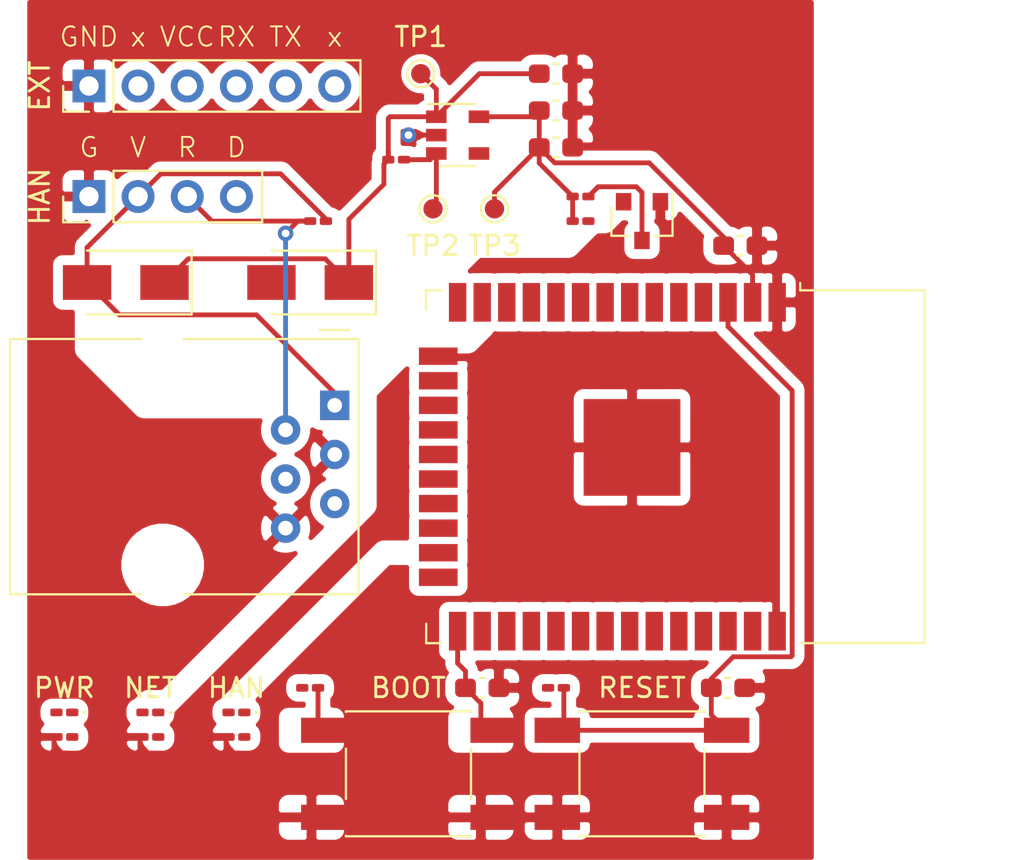
<source format=kicad_pcb>
(kicad_pcb (version 20171130) (host pcbnew 5.1.10-88a1d61d58~90~ubuntu20.04.1)

  (general
    (thickness 1.6)
    (drawings 10)
    (tracks 79)
    (zones 0)
    (modules 31)
    (nets 51)
  )

  (page A4)
  (layers
    (0 F.Cu signal)
    (31 B.Cu signal)
    (32 B.Adhes user)
    (33 F.Adhes user)
    (34 B.Paste user)
    (35 F.Paste user)
    (36 B.SilkS user)
    (37 F.SilkS user)
    (38 B.Mask user)
    (39 F.Mask user)
    (40 Dwgs.User user)
    (41 Cmts.User user)
    (42 Eco1.User user)
    (43 Eco2.User user)
    (44 Edge.Cuts user)
    (45 Margin user)
    (46 B.CrtYd user)
    (47 F.CrtYd user)
    (48 B.Fab user)
    (49 F.Fab user)
  )

  (setup
    (last_trace_width 0.25)
    (trace_clearance 0.2)
    (zone_clearance 0.508)
    (zone_45_only no)
    (trace_min 0.2)
    (via_size 0.8)
    (via_drill 0.4)
    (via_min_size 0.4)
    (via_min_drill 0.3)
    (uvia_size 0.3)
    (uvia_drill 0.1)
    (uvias_allowed no)
    (uvia_min_size 0.2)
    (uvia_min_drill 0.1)
    (edge_width 0.1)
    (segment_width 0.2)
    (pcb_text_width 0.3)
    (pcb_text_size 1.5 1.5)
    (mod_edge_width 0.15)
    (mod_text_size 1 1)
    (mod_text_width 0.15)
    (pad_size 1.524 1.524)
    (pad_drill 0.762)
    (pad_to_mask_clearance 0)
    (aux_axis_origin 0 0)
    (visible_elements FFFFFF7F)
    (pcbplotparams
      (layerselection 0x010fc_ffffffff)
      (usegerberextensions false)
      (usegerberattributes true)
      (usegerberadvancedattributes true)
      (creategerberjobfile true)
      (excludeedgelayer true)
      (linewidth 0.100000)
      (plotframeref false)
      (viasonmask false)
      (mode 1)
      (useauxorigin false)
      (hpglpennumber 1)
      (hpglpenspeed 20)
      (hpglpendiameter 15.000000)
      (psnegative false)
      (psa4output false)
      (plotreference true)
      (plotvalue true)
      (plotinvisibletext false)
      (padsonsilk false)
      (subtractmaskfromsilk false)
      (outputformat 1)
      (mirror false)
      (drillshape 1)
      (scaleselection 1)
      (outputdirectory ""))
  )

  (net 0 "")
  (net 1 GND)
  (net 2 /VCC)
  (net 3 +3V3)
  (net 4 /EN)
  (net 5 /BOOT)
  (net 6 /EXT_5V)
  (net 7 /HAN_VCC)
  (net 8 "Net-(D3-Pad1)")
  (net 9 "Net-(D4-Pad1)")
  (net 10 /HAN_DATA_REQ)
  (net 11 "Net-(J1-Pad4)")
  (net 12 /HAN_DATA)
  (net 13 "Net-(J3-Pad6)")
  (net 14 /EXT_FROM_ESP)
  (net 15 /EXT_TO_ESP)
  (net 16 "Net-(J3-Pad2)")
  (net 17 /RX)
  (net 18 "Net-(R1-Pad1)")
  (net 19 "Net-(U1-Pad4)")
  (net 20 "Net-(U2-Pad37)")
  (net 21 "Net-(U2-Pad36)")
  (net 22 "Net-(U2-Pad33)")
  (net 23 "Net-(U2-Pad32)")
  (net 24 "Net-(U2-Pad31)")
  (net 25 "Net-(U2-Pad30)")
  (net 26 "Net-(U2-Pad29)")
  (net 27 "Net-(U2-Pad28)")
  (net 28 "Net-(U2-Pad27)")
  (net 29 "Net-(U2-Pad26)")
  (net 30 "Net-(U2-Pad24)")
  (net 31 "Net-(U2-Pad22)")
  (net 32 "Net-(U2-Pad21)")
  (net 33 "Net-(U2-Pad20)")
  (net 34 "Net-(U2-Pad19)")
  (net 35 "Net-(U2-Pad18)")
  (net 36 "Net-(U2-Pad17)")
  (net 37 "Net-(U2-Pad16)")
  (net 38 "Net-(U2-Pad14)")
  (net 39 "Net-(U2-Pad12)")
  (net 40 "Net-(U2-Pad11)")
  (net 41 "Net-(U2-Pad10)")
  (net 42 "Net-(U2-Pad9)")
  (net 43 "Net-(U2-Pad8)")
  (net 44 "Net-(U2-Pad7)")
  (net 45 "Net-(U2-Pad6)")
  (net 46 "Net-(U2-Pad5)")
  (net 47 "Net-(U2-Pad4)")
  (net 48 /NETWORK_LED)
  (net 49 /METER_LED)
  (net 50 "Net-(D5-Pad1)")

  (net_class Default "This is the default net class."
    (clearance 0.2)
    (trace_width 0.25)
    (via_dia 0.8)
    (via_drill 0.4)
    (uvia_dia 0.3)
    (uvia_drill 0.1)
    (add_net +3V3)
    (add_net /BOOT)
    (add_net /EN)
    (add_net /EXT_5V)
    (add_net /EXT_FROM_ESP)
    (add_net /EXT_TO_ESP)
    (add_net /HAN_DATA)
    (add_net /HAN_DATA_REQ)
    (add_net /HAN_VCC)
    (add_net /METER_LED)
    (add_net /NETWORK_LED)
    (add_net /RX)
    (add_net /VCC)
    (add_net GND)
    (add_net "Net-(D3-Pad1)")
    (add_net "Net-(D4-Pad1)")
    (add_net "Net-(D5-Pad1)")
    (add_net "Net-(J1-Pad4)")
    (add_net "Net-(J3-Pad2)")
    (add_net "Net-(J3-Pad6)")
    (add_net "Net-(R1-Pad1)")
    (add_net "Net-(U1-Pad4)")
    (add_net "Net-(U2-Pad10)")
    (add_net "Net-(U2-Pad11)")
    (add_net "Net-(U2-Pad12)")
    (add_net "Net-(U2-Pad14)")
    (add_net "Net-(U2-Pad16)")
    (add_net "Net-(U2-Pad17)")
    (add_net "Net-(U2-Pad18)")
    (add_net "Net-(U2-Pad19)")
    (add_net "Net-(U2-Pad20)")
    (add_net "Net-(U2-Pad21)")
    (add_net "Net-(U2-Pad22)")
    (add_net "Net-(U2-Pad24)")
    (add_net "Net-(U2-Pad26)")
    (add_net "Net-(U2-Pad27)")
    (add_net "Net-(U2-Pad28)")
    (add_net "Net-(U2-Pad29)")
    (add_net "Net-(U2-Pad30)")
    (add_net "Net-(U2-Pad31)")
    (add_net "Net-(U2-Pad32)")
    (add_net "Net-(U2-Pad33)")
    (add_net "Net-(U2-Pad36)")
    (add_net "Net-(U2-Pad37)")
    (add_net "Net-(U2-Pad4)")
    (add_net "Net-(U2-Pad5)")
    (add_net "Net-(U2-Pad6)")
    (add_net "Net-(U2-Pad7)")
    (add_net "Net-(U2-Pad8)")
    (add_net "Net-(U2-Pad9)")
  )

  (module RF_Module:ESP32-WROOM-32 (layer F.Cu) (tedit 5B5B4654) (tstamp 61296176)
    (at 653.415 273.05 270)
    (descr "Single 2.4 GHz Wi-Fi and Bluetooth combo chip https://www.espressif.com/sites/default/files/documentation/esp32-wroom-32_datasheet_en.pdf")
    (tags "Single 2.4 GHz Wi-Fi and Bluetooth combo  chip")
    (path /612A9AEF)
    (attr smd)
    (fp_text reference U2 (at -10.795 0.635) (layer F.SilkS) hide
      (effects (font (size 1 1) (thickness 0.15)))
    )
    (fp_text value ESP32-WROOM-32 (at 0 11.5 90) (layer F.Fab) hide
      (effects (font (size 1 1) (thickness 0.15)))
    )
    (fp_line (start -9.12 -9.445) (end -9.5 -9.445) (layer F.SilkS) (width 0.12))
    (fp_line (start -9.12 -15.865) (end -9.12 -9.445) (layer F.SilkS) (width 0.12))
    (fp_line (start 9.12 -15.865) (end 9.12 -9.445) (layer F.SilkS) (width 0.12))
    (fp_line (start -9.12 -15.865) (end 9.12 -15.865) (layer F.SilkS) (width 0.12))
    (fp_line (start 9.12 9.88) (end 8.12 9.88) (layer F.SilkS) (width 0.12))
    (fp_line (start 9.12 9.1) (end 9.12 9.88) (layer F.SilkS) (width 0.12))
    (fp_line (start -9.12 9.88) (end -8.12 9.88) (layer F.SilkS) (width 0.12))
    (fp_line (start -9.12 9.1) (end -9.12 9.88) (layer F.SilkS) (width 0.12))
    (fp_line (start 8.4 -20.6) (end 8.2 -20.4) (layer Cmts.User) (width 0.1))
    (fp_line (start 8.4 -16) (end 8.4 -20.6) (layer Cmts.User) (width 0.1))
    (fp_line (start 8.4 -20.6) (end 8.6 -20.4) (layer Cmts.User) (width 0.1))
    (fp_line (start 8.4 -16) (end 8.6 -16.2) (layer Cmts.User) (width 0.1))
    (fp_line (start 8.4 -16) (end 8.2 -16.2) (layer Cmts.User) (width 0.1))
    (fp_line (start -9.2 -13.875) (end -9.4 -14.075) (layer Cmts.User) (width 0.1))
    (fp_line (start -13.8 -13.875) (end -9.2 -13.875) (layer Cmts.User) (width 0.1))
    (fp_line (start -9.2 -13.875) (end -9.4 -13.675) (layer Cmts.User) (width 0.1))
    (fp_line (start -13.8 -13.875) (end -13.6 -13.675) (layer Cmts.User) (width 0.1))
    (fp_line (start -13.8 -13.875) (end -13.6 -14.075) (layer Cmts.User) (width 0.1))
    (fp_line (start 9.2 -13.875) (end 9.4 -13.675) (layer Cmts.User) (width 0.1))
    (fp_line (start 9.2 -13.875) (end 9.4 -14.075) (layer Cmts.User) (width 0.1))
    (fp_line (start 13.8 -13.875) (end 13.6 -13.675) (layer Cmts.User) (width 0.1))
    (fp_line (start 13.8 -13.875) (end 13.6 -14.075) (layer Cmts.User) (width 0.1))
    (fp_line (start 9.2 -13.875) (end 13.8 -13.875) (layer Cmts.User) (width 0.1))
    (fp_line (start 14 -11.585) (end 12 -9.97) (layer Dwgs.User) (width 0.1))
    (fp_line (start 14 -13.2) (end 10 -9.97) (layer Dwgs.User) (width 0.1))
    (fp_line (start 14 -14.815) (end 8 -9.97) (layer Dwgs.User) (width 0.1))
    (fp_line (start 14 -16.43) (end 6 -9.97) (layer Dwgs.User) (width 0.1))
    (fp_line (start 14 -18.045) (end 4 -9.97) (layer Dwgs.User) (width 0.1))
    (fp_line (start 14 -19.66) (end 2 -9.97) (layer Dwgs.User) (width 0.1))
    (fp_line (start 13.475 -20.75) (end 0 -9.97) (layer Dwgs.User) (width 0.1))
    (fp_line (start 11.475 -20.75) (end -2 -9.97) (layer Dwgs.User) (width 0.1))
    (fp_line (start 9.475 -20.75) (end -4 -9.97) (layer Dwgs.User) (width 0.1))
    (fp_line (start 7.475 -20.75) (end -6 -9.97) (layer Dwgs.User) (width 0.1))
    (fp_line (start -8 -9.97) (end 5.475 -20.75) (layer Dwgs.User) (width 0.1))
    (fp_line (start 3.475 -20.75) (end -10 -9.97) (layer Dwgs.User) (width 0.1))
    (fp_line (start 1.475 -20.75) (end -12 -9.97) (layer Dwgs.User) (width 0.1))
    (fp_line (start -0.525 -20.75) (end -14 -9.97) (layer Dwgs.User) (width 0.1))
    (fp_line (start -2.525 -20.75) (end -14 -11.585) (layer Dwgs.User) (width 0.1))
    (fp_line (start -4.525 -20.75) (end -14 -13.2) (layer Dwgs.User) (width 0.1))
    (fp_line (start -6.525 -20.75) (end -14 -14.815) (layer Dwgs.User) (width 0.1))
    (fp_line (start -8.525 -20.75) (end -14 -16.43) (layer Dwgs.User) (width 0.1))
    (fp_line (start -10.525 -20.75) (end -14 -18.045) (layer Dwgs.User) (width 0.1))
    (fp_line (start -12.525 -20.75) (end -14 -19.66) (layer Dwgs.User) (width 0.1))
    (fp_line (start 9.75 -9.72) (end 14.25 -9.72) (layer F.CrtYd) (width 0.05))
    (fp_line (start -14.25 -9.72) (end -9.75 -9.72) (layer F.CrtYd) (width 0.05))
    (fp_line (start 14.25 -21) (end 14.25 -9.72) (layer F.CrtYd) (width 0.05))
    (fp_line (start -14.25 -21) (end -14.25 -9.72) (layer F.CrtYd) (width 0.05))
    (fp_line (start 14 -20.75) (end -14 -20.75) (layer Dwgs.User) (width 0.1))
    (fp_line (start 14 -9.97) (end 14 -20.75) (layer Dwgs.User) (width 0.1))
    (fp_line (start 14 -9.97) (end -14 -9.97) (layer Dwgs.User) (width 0.1))
    (fp_line (start -9 -9.02) (end -8.5 -9.52) (layer F.Fab) (width 0.1))
    (fp_line (start -8.5 -9.52) (end -9 -10.02) (layer F.Fab) (width 0.1))
    (fp_line (start -9 -9.02) (end -9 9.76) (layer F.Fab) (width 0.1))
    (fp_line (start -14.25 -21) (end 14.25 -21) (layer F.CrtYd) (width 0.05))
    (fp_line (start 9.75 -9.72) (end 9.75 10.5) (layer F.CrtYd) (width 0.05))
    (fp_line (start -9.75 10.5) (end 9.75 10.5) (layer F.CrtYd) (width 0.05))
    (fp_line (start -9.75 10.5) (end -9.75 -9.72) (layer F.CrtYd) (width 0.05))
    (fp_line (start -9 -15.745) (end 9 -15.745) (layer F.Fab) (width 0.1))
    (fp_line (start -9 -15.745) (end -9 -10.02) (layer F.Fab) (width 0.1))
    (fp_line (start -9 9.76) (end 9 9.76) (layer F.Fab) (width 0.1))
    (fp_line (start 9 9.76) (end 9 -15.745) (layer F.Fab) (width 0.1))
    (fp_line (start -14 -9.97) (end -14 -20.75) (layer Dwgs.User) (width 0.1))
    (fp_text user "5 mm" (at 7.8 -19.075) (layer Cmts.User)
      (effects (font (size 0.5 0.5) (thickness 0.1)))
    )
    (fp_text user "5 mm" (at -11.2 -14.375 90) (layer Cmts.User)
      (effects (font (size 0.5 0.5) (thickness 0.1)))
    )
    (fp_text user "5 mm" (at 11.8 -14.375 90) (layer Cmts.User)
      (effects (font (size 0.5 0.5) (thickness 0.1)))
    )
    (fp_text user Antenna (at 0 -13 90) (layer Cmts.User)
      (effects (font (size 1 1) (thickness 0.15)))
    )
    (fp_text user "KEEP-OUT ZONE" (at 0 -19 90) (layer Cmts.User)
      (effects (font (size 1 1) (thickness 0.15)))
    )
    (fp_text user %R (at 0 0 90) (layer F.Fab)
      (effects (font (size 1 1) (thickness 0.15)))
    )
    (pad 38 smd rect (at 8.5 -8.255 270) (size 2 0.9) (layers F.Cu F.Paste F.Mask)
      (net 1 GND))
    (pad 37 smd rect (at 8.5 -6.985 270) (size 2 0.9) (layers F.Cu F.Paste F.Mask)
      (net 20 "Net-(U2-Pad37)"))
    (pad 36 smd rect (at 8.5 -5.715 270) (size 2 0.9) (layers F.Cu F.Paste F.Mask)
      (net 21 "Net-(U2-Pad36)"))
    (pad 35 smd rect (at 8.5 -4.445 270) (size 2 0.9) (layers F.Cu F.Paste F.Mask)
      (net 14 /EXT_FROM_ESP))
    (pad 34 smd rect (at 8.5 -3.175 270) (size 2 0.9) (layers F.Cu F.Paste F.Mask)
      (net 15 /EXT_TO_ESP))
    (pad 33 smd rect (at 8.5 -1.905 270) (size 2 0.9) (layers F.Cu F.Paste F.Mask)
      (net 22 "Net-(U2-Pad33)"))
    (pad 32 smd rect (at 8.5 -0.635 270) (size 2 0.9) (layers F.Cu F.Paste F.Mask)
      (net 23 "Net-(U2-Pad32)"))
    (pad 31 smd rect (at 8.5 0.635 270) (size 2 0.9) (layers F.Cu F.Paste F.Mask)
      (net 24 "Net-(U2-Pad31)"))
    (pad 30 smd rect (at 8.5 1.905 270) (size 2 0.9) (layers F.Cu F.Paste F.Mask)
      (net 25 "Net-(U2-Pad30)"))
    (pad 29 smd rect (at 8.5 3.175 270) (size 2 0.9) (layers F.Cu F.Paste F.Mask)
      (net 26 "Net-(U2-Pad29)"))
    (pad 28 smd rect (at 8.5 4.445 270) (size 2 0.9) (layers F.Cu F.Paste F.Mask)
      (net 27 "Net-(U2-Pad28)"))
    (pad 27 smd rect (at 8.5 5.715 270) (size 2 0.9) (layers F.Cu F.Paste F.Mask)
      (net 28 "Net-(U2-Pad27)"))
    (pad 26 smd rect (at 8.5 6.985 270) (size 2 0.9) (layers F.Cu F.Paste F.Mask)
      (net 29 "Net-(U2-Pad26)"))
    (pad 25 smd rect (at 8.5 8.255 270) (size 2 0.9) (layers F.Cu F.Paste F.Mask)
      (net 5 /BOOT))
    (pad 24 smd rect (at 5.715 9.255) (size 2 0.9) (layers F.Cu F.Paste F.Mask)
      (net 30 "Net-(U2-Pad24)"))
    (pad 23 smd rect (at 4.445 9.255) (size 2 0.9) (layers F.Cu F.Paste F.Mask)
      (net 49 /METER_LED))
    (pad 22 smd rect (at 3.175 9.255) (size 2 0.9) (layers F.Cu F.Paste F.Mask)
      (net 31 "Net-(U2-Pad22)"))
    (pad 21 smd rect (at 1.905 9.255) (size 2 0.9) (layers F.Cu F.Paste F.Mask)
      (net 32 "Net-(U2-Pad21)"))
    (pad 20 smd rect (at 0.635 9.255) (size 2 0.9) (layers F.Cu F.Paste F.Mask)
      (net 33 "Net-(U2-Pad20)"))
    (pad 19 smd rect (at -0.635 9.255) (size 2 0.9) (layers F.Cu F.Paste F.Mask)
      (net 34 "Net-(U2-Pad19)"))
    (pad 18 smd rect (at -1.905 9.255) (size 2 0.9) (layers F.Cu F.Paste F.Mask)
      (net 35 "Net-(U2-Pad18)"))
    (pad 17 smd rect (at -3.175 9.255) (size 2 0.9) (layers F.Cu F.Paste F.Mask)
      (net 36 "Net-(U2-Pad17)"))
    (pad 16 smd rect (at -4.445 9.255) (size 2 0.9) (layers F.Cu F.Paste F.Mask)
      (net 37 "Net-(U2-Pad16)"))
    (pad 15 smd rect (at -5.715 9.255) (size 2 0.9) (layers F.Cu F.Paste F.Mask)
      (net 1 GND))
    (pad 14 smd rect (at -8.5 8.255 270) (size 2 0.9) (layers F.Cu F.Paste F.Mask)
      (net 38 "Net-(U2-Pad14)"))
    (pad 13 smd rect (at -8.5 6.985 270) (size 2 0.9) (layers F.Cu F.Paste F.Mask)
      (net 48 /NETWORK_LED))
    (pad 12 smd rect (at -8.5 5.715 270) (size 2 0.9) (layers F.Cu F.Paste F.Mask)
      (net 39 "Net-(U2-Pad12)"))
    (pad 11 smd rect (at -8.5 4.445 270) (size 2 0.9) (layers F.Cu F.Paste F.Mask)
      (net 40 "Net-(U2-Pad11)"))
    (pad 10 smd rect (at -8.5 3.175 270) (size 2 0.9) (layers F.Cu F.Paste F.Mask)
      (net 41 "Net-(U2-Pad10)"))
    (pad 9 smd rect (at -8.5 1.905 270) (size 2 0.9) (layers F.Cu F.Paste F.Mask)
      (net 42 "Net-(U2-Pad9)"))
    (pad 8 smd rect (at -8.5 0.635 270) (size 2 0.9) (layers F.Cu F.Paste F.Mask)
      (net 43 "Net-(U2-Pad8)"))
    (pad 7 smd rect (at -8.5 -0.635 270) (size 2 0.9) (layers F.Cu F.Paste F.Mask)
      (net 44 "Net-(U2-Pad7)"))
    (pad 6 smd rect (at -8.5 -1.905 270) (size 2 0.9) (layers F.Cu F.Paste F.Mask)
      (net 45 "Net-(U2-Pad6)"))
    (pad 5 smd rect (at -8.5 -3.175 270) (size 2 0.9) (layers F.Cu F.Paste F.Mask)
      (net 46 "Net-(U2-Pad5)"))
    (pad 4 smd rect (at -8.5 -4.445 270) (size 2 0.9) (layers F.Cu F.Paste F.Mask)
      (net 47 "Net-(U2-Pad4)"))
    (pad 3 smd rect (at -8.5 -5.715 270) (size 2 0.9) (layers F.Cu F.Paste F.Mask)
      (net 4 /EN))
    (pad 2 smd rect (at -8.5 -6.985 270) (size 2 0.9) (layers F.Cu F.Paste F.Mask)
      (net 3 +3V3))
    (pad 1 smd rect (at -8.5 -8.255 270) (size 2 0.9) (layers F.Cu F.Paste F.Mask)
      (net 1 GND))
    (pad 39 smd rect (at -1 -0.755 270) (size 5 5) (layers F.Cu F.Paste F.Mask)
      (net 1 GND))
    (model ${KISYS3DMOD}/RF_Module.3dshapes/ESP32-WROOM-32.wrl
      (at (xyz 0 0 0))
      (scale (xyz 1 1 1))
      (rotate (xyz 0 0 0))
    )
  )

  (module Resistor_SMD:R_0201_0603Metric_Pad0.64x0.40mm_HandSolder (layer F.Cu) (tedit 5F6BB9E0) (tstamp 612991BC)
    (at 633.73 287.02)
    (descr "Resistor SMD 0201 (0603 Metric), square (rectangular) end terminal, IPC_7351 nominal with elongated pad for handsoldering. (Body size source: https://www.vishay.com/docs/20052/crcw0201e3.pdf), generated with kicad-footprint-generator")
    (tags "resistor handsolder")
    (path /6138A5D3)
    (attr smd)
    (fp_text reference R9 (at 0 1.27) (layer F.SilkS) hide
      (effects (font (size 1 1) (thickness 0.15)))
    )
    (fp_text value 2K (at 0 1.05) (layer F.Fab) hide
      (effects (font (size 1 1) (thickness 0.15)))
    )
    (fp_line (start -0.3 0.15) (end -0.3 -0.15) (layer F.Fab) (width 0.1))
    (fp_line (start -0.3 -0.15) (end 0.3 -0.15) (layer F.Fab) (width 0.1))
    (fp_line (start 0.3 -0.15) (end 0.3 0.15) (layer F.Fab) (width 0.1))
    (fp_line (start 0.3 0.15) (end -0.3 0.15) (layer F.Fab) (width 0.1))
    (fp_line (start -0.88 0.35) (end -0.88 -0.35) (layer F.CrtYd) (width 0.05))
    (fp_line (start -0.88 -0.35) (end 0.88 -0.35) (layer F.CrtYd) (width 0.05))
    (fp_line (start 0.88 -0.35) (end 0.88 0.35) (layer F.CrtYd) (width 0.05))
    (fp_line (start 0.88 0.35) (end -0.88 0.35) (layer F.CrtYd) (width 0.05))
    (fp_text user %R (at 0 -0.68) (layer F.Fab) hide
      (effects (font (size 0.25 0.25) (thickness 0.04)))
    )
    (pad 2 smd roundrect (at 0.4075 0) (size 0.635 0.4) (layers F.Cu F.Mask) (roundrect_rratio 0.25)
      (net 50 "Net-(D5-Pad1)"))
    (pad 1 smd roundrect (at -0.4075 0) (size 0.635 0.4) (layers F.Cu F.Mask) (roundrect_rratio 0.25)
      (net 1 GND))
    (pad "" smd roundrect (at 0.4325 0) (size 0.458 0.36) (layers F.Paste) (roundrect_rratio 0.25))
    (pad "" smd roundrect (at -0.4325 0) (size 0.458 0.36) (layers F.Paste) (roundrect_rratio 0.25))
    (model ${KISYS3DMOD}/Resistor_SMD.3dshapes/R_0201_0603Metric.wrl
      (at (xyz 0 0 0))
      (scale (xyz 1 1 1))
      (rotate (xyz 0 0 0))
    )
  )

  (module LED_SMD:LED_0201_0603Metric_Pad0.64x0.40mm_HandSolder (layer F.Cu) (tedit 5F6BBF83) (tstamp 61298FE1)
    (at 633.73 285.75 180)
    (descr "LED SMD 0201 (0603 Metric), square (rectangular) end terminal, IPC_7351 nominal, (Body size source: https://www.vishay.com/docs/20052/crcw0201e3.pdf), generated with kicad-footprint-generator")
    (tags "LED handsolder")
    (path /6138A5CD)
    (attr smd)
    (fp_text reference HAN (at 0 1.27) (layer F.SilkS)
      (effects (font (size 1 1) (thickness 0.15)))
    )
    (fp_text value LED (at 0 1.05) (layer F.Fab) hide
      (effects (font (size 1 1) (thickness 0.15)))
    )
    (fp_circle (center -1.035 0) (end -0.985 0) (layer F.SilkS) (width 0.1))
    (fp_line (start -0.3 0.15) (end -0.3 -0.15) (layer F.Fab) (width 0.1))
    (fp_line (start -0.3 -0.15) (end 0.3 -0.15) (layer F.Fab) (width 0.1))
    (fp_line (start 0.3 -0.15) (end 0.3 0.15) (layer F.Fab) (width 0.1))
    (fp_line (start 0.3 0.15) (end -0.3 0.15) (layer F.Fab) (width 0.1))
    (fp_line (start -0.2 0.15) (end -0.2 -0.15) (layer F.Fab) (width 0.1))
    (fp_line (start -0.1 0.15) (end -0.1 -0.15) (layer F.Fab) (width 0.1))
    (fp_line (start -0.88 0.35) (end -0.88 -0.35) (layer F.CrtYd) (width 0.05))
    (fp_line (start -0.88 -0.35) (end 0.88 -0.35) (layer F.CrtYd) (width 0.05))
    (fp_line (start 0.88 -0.35) (end 0.88 0.35) (layer F.CrtYd) (width 0.05))
    (fp_line (start 0.88 0.35) (end -0.88 0.35) (layer F.CrtYd) (width 0.05))
    (fp_text user %R (at 0 -0.68) (layer F.Fab) hide
      (effects (font (size 0.25 0.25) (thickness 0.04)))
    )
    (pad 2 smd roundrect (at 0.4075 0 180) (size 0.635 0.4) (layers F.Cu F.Mask) (roundrect_rratio 0.25)
      (net 49 /METER_LED))
    (pad 1 smd roundrect (at -0.4075 0 180) (size 0.635 0.4) (layers F.Cu F.Mask) (roundrect_rratio 0.25)
      (net 50 "Net-(D5-Pad1)"))
    (pad "" smd roundrect (at 0.4325 0 180) (size 0.458 0.36) (layers F.Paste) (roundrect_rratio 0.25))
    (pad "" smd roundrect (at -0.4325 0 180) (size 0.458 0.36) (layers F.Paste) (roundrect_rratio 0.25))
    (model ${KISYS3DMOD}/LED_SMD.3dshapes/LED_0201_0603Metric.wrl
      (at (xyz 0 0 0))
      (scale (xyz 1 1 1))
      (rotate (xyz 0 0 0))
    )
  )

  (module Package_TO_SOT_SMD:SOT-23-5 (layer F.Cu) (tedit 5A02FF57) (tstamp 612CB87F)
    (at 645.16 255.905)
    (descr "5-pin SOT23 package")
    (tags SOT-23-5)
    (path /60F5F642)
    (attr smd)
    (fp_text reference U1 (at 0 -2.9) (layer F.SilkS) hide
      (effects (font (size 1 1) (thickness 0.15)))
    )
    (fp_text value AP2112K-3.3 (at 0 2.9) (layer F.Fab) hide
      (effects (font (size 1 1) (thickness 0.15)))
    )
    (fp_line (start 0.9 -1.55) (end 0.9 1.55) (layer F.Fab) (width 0.1))
    (fp_line (start 0.9 1.55) (end -0.9 1.55) (layer F.Fab) (width 0.1))
    (fp_line (start -0.9 -0.9) (end -0.9 1.55) (layer F.Fab) (width 0.1))
    (fp_line (start 0.9 -1.55) (end -0.25 -1.55) (layer F.Fab) (width 0.1))
    (fp_line (start -0.9 -0.9) (end -0.25 -1.55) (layer F.Fab) (width 0.1))
    (fp_line (start -1.9 1.8) (end -1.9 -1.8) (layer F.CrtYd) (width 0.05))
    (fp_line (start 1.9 1.8) (end -1.9 1.8) (layer F.CrtYd) (width 0.05))
    (fp_line (start 1.9 -1.8) (end 1.9 1.8) (layer F.CrtYd) (width 0.05))
    (fp_line (start -1.9 -1.8) (end 1.9 -1.8) (layer F.CrtYd) (width 0.05))
    (fp_line (start 0.9 -1.61) (end -1.55 -1.61) (layer F.SilkS) (width 0.12))
    (fp_line (start -0.9 1.61) (end 0.9 1.61) (layer F.SilkS) (width 0.12))
    (fp_text user %R (at 0 0 90) (layer F.Fab)
      (effects (font (size 0.5 0.5) (thickness 0.075)))
    )
    (pad 5 smd rect (at 1.1 -0.95) (size 1.06 0.65) (layers F.Cu F.Paste F.Mask)
      (net 3 +3V3))
    (pad 4 smd rect (at 1.1 0.95) (size 1.06 0.65) (layers F.Cu F.Paste F.Mask)
      (net 19 "Net-(U1-Pad4)"))
    (pad 3 smd rect (at -1.1 0.95) (size 1.06 0.65) (layers F.Cu F.Paste F.Mask)
      (net 18 "Net-(R1-Pad1)"))
    (pad 2 smd rect (at -1.1 0) (size 1.06 0.65) (layers F.Cu F.Paste F.Mask)
      (net 1 GND))
    (pad 1 smd rect (at -1.1 -0.95) (size 1.06 0.65) (layers F.Cu F.Paste F.Mask)
      (net 2 /VCC))
    (model ${KISYS3DMOD}/Package_TO_SOT_SMD.3dshapes/SOT-23-5.wrl
      (at (xyz 0 0 0))
      (scale (xyz 1 1 1))
      (rotate (xyz 0 0 0))
    )
  )

  (module TestPoint:TestPoint_Pad_D1.0mm (layer F.Cu) (tedit 5A0F774F) (tstamp 612CB613)
    (at 647.065 259.715)
    (descr "SMD pad as test Point, diameter 1.0mm")
    (tags "test point SMD pad")
    (path /6180E488)
    (attr virtual)
    (fp_text reference TP3 (at 0 1.905) (layer F.SilkS)
      (effects (font (size 1 1) (thickness 0.15)))
    )
    (fp_text value TestPoint (at 0 1.55) (layer F.Fab) hide
      (effects (font (size 1 1) (thickness 0.15)))
    )
    (fp_circle (center 0 0) (end 0 0.7) (layer F.SilkS) (width 0.12))
    (fp_circle (center 0 0) (end 1 0) (layer F.CrtYd) (width 0.05))
    (fp_text user %R (at 0 -1.45) (layer F.Fab) hide
      (effects (font (size 1 1) (thickness 0.15)))
    )
    (pad 1 smd circle (at 0 0) (size 1 1) (layers F.Cu F.Mask)
      (net 3 +3V3))
  )

  (module TestPoint:TestPoint_Pad_D1.0mm (layer F.Cu) (tedit 5A0F774F) (tstamp 612CB664)
    (at 643.89 259.715)
    (descr "SMD pad as test Point, diameter 1.0mm")
    (tags "test point SMD pad")
    (path /61508ECB)
    (attr virtual)
    (fp_text reference TP2 (at 0 1.905) (layer F.SilkS)
      (effects (font (size 1 1) (thickness 0.15)))
    )
    (fp_text value TestPoint (at 0 1.55) (layer F.Fab) hide
      (effects (font (size 1 1) (thickness 0.15)))
    )
    (fp_circle (center 0 0) (end 0 0.7) (layer F.SilkS) (width 0.12))
    (fp_circle (center 0 0) (end 1 0) (layer F.CrtYd) (width 0.05))
    (fp_text user %R (at 0 -1.45) (layer F.Fab) hide
      (effects (font (size 1 1) (thickness 0.15)))
    )
    (pad 1 smd circle (at 0 0) (size 1 1) (layers F.Cu F.Mask)
      (net 18 "Net-(R1-Pad1)"))
  )

  (module TestPoint:TestPoint_Pad_D1.0mm (layer F.Cu) (tedit 5A0F774F) (tstamp 612CB679)
    (at 643.255 252.73)
    (descr "SMD pad as test Point, diameter 1.0mm")
    (tags "test point SMD pad")
    (path /6151085C)
    (attr virtual)
    (fp_text reference TP1 (at 0 -1.905) (layer F.SilkS)
      (effects (font (size 1 1) (thickness 0.15)))
    )
    (fp_text value TestPoint (at 0 1.55) (layer F.Fab) hide
      (effects (font (size 1 1) (thickness 0.15)))
    )
    (fp_circle (center 0 0) (end 0 0.7) (layer F.SilkS) (width 0.12))
    (fp_circle (center 0 0) (end 1 0) (layer F.CrtYd) (width 0.05))
    (fp_text user %R (at 0 -1.45) (layer F.Fab) hide
      (effects (font (size 1 1) (thickness 0.15)))
    )
    (pad 1 smd circle (at 0 0) (size 1 1) (layers F.Cu F.Mask)
      (net 2 /VCC))
  )

  (module footprints:TE_Connectivity_FSM2JSMAA (layer F.Cu) (tedit 60DC2BFB) (tstamp 6126C126)
    (at 642.62 288.925 180)
    (descr "tactile push button, 6x6mm e.g. PTS645xx series, height=9.5mm")
    (tags "tact sw push 6mm smd")
    (path /6129FF60)
    (attr smd)
    (fp_text reference BOOT (at 0 4.445 180) (layer F.SilkS)
      (effects (font (size 1 1) (thickness 0.15)))
    )
    (fp_text value SW_Push (at 0 4.15 180) (layer F.Fab) hide
      (effects (font (size 1 1) (thickness 0.15)))
    )
    (fp_circle (center 0 0) (end 1.75 -0.05) (layer F.Fab) (width 0.1))
    (fp_line (start -3.23 3.23) (end 3.23 3.23) (layer F.SilkS) (width 0.12))
    (fp_line (start -3.23 -1.3) (end -3.23 1.3) (layer F.SilkS) (width 0.12))
    (fp_line (start -3.23 -3.23) (end 3.23 -3.23) (layer F.SilkS) (width 0.12))
    (fp_line (start 3.23 -1.3) (end 3.23 1.3) (layer F.SilkS) (width 0.12))
    (fp_line (start -3.23 -3.2) (end -3.23 -3.23) (layer F.SilkS) (width 0.12))
    (fp_line (start -3.23 3.23) (end -3.23 3.2) (layer F.SilkS) (width 0.12))
    (fp_line (start 3.23 3.23) (end 3.23 3.2) (layer F.SilkS) (width 0.12))
    (fp_line (start 3.23 -3.23) (end 3.23 -3.2) (layer F.SilkS) (width 0.12))
    (fp_line (start -5.588 -3.2512) (end 5.588 -3.2512) (layer F.CrtYd) (width 0.05))
    (fp_line (start -5.588 3.2488) (end 5.588 3.2488) (layer F.CrtYd) (width 0.05))
    (fp_line (start -5.588 -3.2512) (end -5.588 3.2488) (layer F.CrtYd) (width 0.05))
    (fp_line (start 5.588 3.2488) (end 5.588 -3.2512) (layer F.CrtYd) (width 0.05))
    (fp_line (start 3 -3) (end -3 -3) (layer F.Fab) (width 0.1))
    (fp_line (start 3 3) (end 3 -3) (layer F.Fab) (width 0.1))
    (fp_line (start -3 3) (end 3 3) (layer F.Fab) (width 0.1))
    (fp_line (start -3 -3) (end -3 3) (layer F.Fab) (width 0.1))
    (fp_text user %R (at 0 -4.05 180) (layer F.Fab) hide
      (effects (font (size 1 1) (thickness 0.15)))
    )
    (pad 2 smd rect (at -4.375 2.25 180) (size 2.35 1.3) (layers F.Cu F.Paste F.Mask)
      (net 5 /BOOT))
    (pad 1 smd rect (at -4.375 -2.25 180) (size 2.35 1.3) (layers F.Cu F.Paste F.Mask)
      (net 1 GND))
    (pad 1 smd rect (at 4.375 -2.25 180) (size 2.35 1.3) (layers F.Cu F.Paste F.Mask)
      (net 1 GND))
    (pad 2 smd rect (at 4.375 2.25 180) (size 2.35 1.3) (layers F.Cu F.Paste F.Mask)
      (net 5 /BOOT))
    (model ${KISYS3DMOD}/Button_Switch_SMD.3dshapes/SW_PUSH_6mm_H9.5mm.wrl
      (at (xyz 0 0 0))
      (scale (xyz 1 1 1))
      (rotate (xyz 0 0 0))
    )
  )

  (module footprints:TE_Connectivity_FSM2JSMAA (layer F.Cu) (tedit 60DC2BFB) (tstamp 612CA04C)
    (at 654.685 288.925 180)
    (descr "tactile push button, 6x6mm e.g. PTS645xx series, height=9.5mm")
    (tags "tact sw push 6mm smd")
    (path /61109F2A)
    (attr smd)
    (fp_text reference RESET (at 0 4.445 180) (layer F.SilkS)
      (effects (font (size 1 1) (thickness 0.15)))
    )
    (fp_text value SW_Push (at 0 4.15 180) (layer F.Fab) hide
      (effects (font (size 1 1) (thickness 0.15)))
    )
    (fp_circle (center 0 0) (end 1.75 -0.05) (layer F.Fab) (width 0.1))
    (fp_line (start -3.23 3.23) (end 3.23 3.23) (layer F.SilkS) (width 0.12))
    (fp_line (start -3.23 -1.3) (end -3.23 1.3) (layer F.SilkS) (width 0.12))
    (fp_line (start -3.23 -3.23) (end 3.23 -3.23) (layer F.SilkS) (width 0.12))
    (fp_line (start 3.23 -1.3) (end 3.23 1.3) (layer F.SilkS) (width 0.12))
    (fp_line (start -3.23 -3.2) (end -3.23 -3.23) (layer F.SilkS) (width 0.12))
    (fp_line (start -3.23 3.23) (end -3.23 3.2) (layer F.SilkS) (width 0.12))
    (fp_line (start 3.23 3.23) (end 3.23 3.2) (layer F.SilkS) (width 0.12))
    (fp_line (start 3.23 -3.23) (end 3.23 -3.2) (layer F.SilkS) (width 0.12))
    (fp_line (start -5.588 -3.2512) (end 5.588 -3.2512) (layer F.CrtYd) (width 0.05))
    (fp_line (start -5.588 3.2488) (end 5.588 3.2488) (layer F.CrtYd) (width 0.05))
    (fp_line (start -5.588 -3.2512) (end -5.588 3.2488) (layer F.CrtYd) (width 0.05))
    (fp_line (start 5.588 3.2488) (end 5.588 -3.2512) (layer F.CrtYd) (width 0.05))
    (fp_line (start 3 -3) (end -3 -3) (layer F.Fab) (width 0.1))
    (fp_line (start 3 3) (end 3 -3) (layer F.Fab) (width 0.1))
    (fp_line (start -3 3) (end 3 3) (layer F.Fab) (width 0.1))
    (fp_line (start -3 -3) (end -3 3) (layer F.Fab) (width 0.1))
    (fp_text user %R (at 0 -4.05 180) (layer F.Fab) hide
      (effects (font (size 1 1) (thickness 0.15)))
    )
    (pad 2 smd rect (at -4.375 2.25 180) (size 2.35 1.3) (layers F.Cu F.Paste F.Mask)
      (net 4 /EN))
    (pad 1 smd rect (at -4.375 -2.25 180) (size 2.35 1.3) (layers F.Cu F.Paste F.Mask)
      (net 1 GND))
    (pad 1 smd rect (at 4.375 -2.25 180) (size 2.35 1.3) (layers F.Cu F.Paste F.Mask)
      (net 1 GND))
    (pad 2 smd rect (at 4.375 2.25 180) (size 2.35 1.3) (layers F.Cu F.Paste F.Mask)
      (net 4 /EN))
    (model ${KISYS3DMOD}/Button_Switch_SMD.3dshapes/SW_PUSH_6mm_H9.5mm.wrl
      (at (xyz 0 0 0))
      (scale (xyz 1 1 1))
      (rotate (xyz 0 0 0))
    )
  )

  (module Resistor_SMD:R_0201_0603Metric_Pad0.64x0.40mm_HandSolder (layer F.Cu) (tedit 5F6BB9E0) (tstamp 61295D26)
    (at 637.54 284.48)
    (descr "Resistor SMD 0201 (0603 Metric), square (rectangular) end terminal, IPC_7351 nominal with elongated pad for handsoldering. (Body size source: https://www.vishay.com/docs/20052/crcw0201e3.pdf), generated with kicad-footprint-generator")
    (tags "resistor handsolder")
    (path /6129FF4A)
    (attr smd)
    (fp_text reference R8 (at 0 -1.05) (layer F.SilkS) hide
      (effects (font (size 1 1) (thickness 0.15)))
    )
    (fp_text value 10K (at 0 1.05) (layer F.Fab) hide
      (effects (font (size 1 1) (thickness 0.15)))
    )
    (fp_line (start 0.88 0.35) (end -0.88 0.35) (layer F.CrtYd) (width 0.05))
    (fp_line (start 0.88 -0.35) (end 0.88 0.35) (layer F.CrtYd) (width 0.05))
    (fp_line (start -0.88 -0.35) (end 0.88 -0.35) (layer F.CrtYd) (width 0.05))
    (fp_line (start -0.88 0.35) (end -0.88 -0.35) (layer F.CrtYd) (width 0.05))
    (fp_line (start 0.3 0.15) (end -0.3 0.15) (layer F.Fab) (width 0.1))
    (fp_line (start 0.3 -0.15) (end 0.3 0.15) (layer F.Fab) (width 0.1))
    (fp_line (start -0.3 -0.15) (end 0.3 -0.15) (layer F.Fab) (width 0.1))
    (fp_line (start -0.3 0.15) (end -0.3 -0.15) (layer F.Fab) (width 0.1))
    (fp_text user %R (at 0 -0.68) (layer F.Fab) hide
      (effects (font (size 0.25 0.25) (thickness 0.04)))
    )
    (pad 2 smd roundrect (at 0.4075 0) (size 0.635 0.4) (layers F.Cu F.Mask) (roundrect_rratio 0.25)
      (net 5 /BOOT))
    (pad 1 smd roundrect (at -0.4075 0) (size 0.635 0.4) (layers F.Cu F.Mask) (roundrect_rratio 0.25)
      (net 3 +3V3))
    (pad "" smd roundrect (at 0.4325 0) (size 0.458 0.36) (layers F.Paste) (roundrect_rratio 0.25))
    (pad "" smd roundrect (at -0.4325 0) (size 0.458 0.36) (layers F.Paste) (roundrect_rratio 0.25))
    (model ${KISYS3DMOD}/Resistor_SMD.3dshapes/R_0201_0603Metric.wrl
      (at (xyz 0 0 0))
      (scale (xyz 1 1 1))
      (rotate (xyz 0 0 0))
    )
  )

  (module Resistor_SMD:R_0201_0603Metric_Pad0.64x0.40mm_HandSolder (layer F.Cu) (tedit 5F6BB9E0) (tstamp 61295BC8)
    (at 650.24 284.48)
    (descr "Resistor SMD 0201 (0603 Metric), square (rectangular) end terminal, IPC_7351 nominal with elongated pad for handsoldering. (Body size source: https://www.vishay.com/docs/20052/crcw0201e3.pdf), generated with kicad-footprint-generator")
    (tags "resistor handsolder")
    (path /60F0CFBB)
    (attr smd)
    (fp_text reference R7 (at 0 -1.05) (layer F.SilkS) hide
      (effects (font (size 1 1) (thickness 0.15)))
    )
    (fp_text value 10K (at 0 1.05) (layer F.Fab) hide
      (effects (font (size 1 1) (thickness 0.15)))
    )
    (fp_line (start 0.88 0.35) (end -0.88 0.35) (layer F.CrtYd) (width 0.05))
    (fp_line (start 0.88 -0.35) (end 0.88 0.35) (layer F.CrtYd) (width 0.05))
    (fp_line (start -0.88 -0.35) (end 0.88 -0.35) (layer F.CrtYd) (width 0.05))
    (fp_line (start -0.88 0.35) (end -0.88 -0.35) (layer F.CrtYd) (width 0.05))
    (fp_line (start 0.3 0.15) (end -0.3 0.15) (layer F.Fab) (width 0.1))
    (fp_line (start 0.3 -0.15) (end 0.3 0.15) (layer F.Fab) (width 0.1))
    (fp_line (start -0.3 -0.15) (end 0.3 -0.15) (layer F.Fab) (width 0.1))
    (fp_line (start -0.3 0.15) (end -0.3 -0.15) (layer F.Fab) (width 0.1))
    (fp_text user %R (at 0 -0.68) (layer F.Fab) hide
      (effects (font (size 0.25 0.25) (thickness 0.04)))
    )
    (pad 2 smd roundrect (at 0.4075 0) (size 0.635 0.4) (layers F.Cu F.Mask) (roundrect_rratio 0.25)
      (net 4 /EN))
    (pad 1 smd roundrect (at -0.4075 0) (size 0.635 0.4) (layers F.Cu F.Mask) (roundrect_rratio 0.25)
      (net 3 +3V3))
    (pad "" smd roundrect (at 0.4325 0) (size 0.458 0.36) (layers F.Paste) (roundrect_rratio 0.25))
    (pad "" smd roundrect (at -0.4325 0) (size 0.458 0.36) (layers F.Paste) (roundrect_rratio 0.25))
    (model ${KISYS3DMOD}/Resistor_SMD.3dshapes/R_0201_0603Metric.wrl
      (at (xyz 0 0 0))
      (scale (xyz 1 1 1))
      (rotate (xyz 0 0 0))
    )
  )

  (module Resistor_SMD:R_0201_0603Metric_Pad0.64x0.40mm_HandSolder (layer F.Cu) (tedit 5F6BB9E0) (tstamp 612CA4DE)
    (at 629.285 287.02)
    (descr "Resistor SMD 0201 (0603 Metric), square (rectangular) end terminal, IPC_7351 nominal with elongated pad for handsoldering. (Body size source: https://www.vishay.com/docs/20052/crcw0201e3.pdf), generated with kicad-footprint-generator")
    (tags "resistor handsolder")
    (path /6174B42C)
    (attr smd)
    (fp_text reference R6 (at 0 1.27) (layer F.SilkS) hide
      (effects (font (size 1 1) (thickness 0.15)))
    )
    (fp_text value 2K (at 0 1.05) (layer F.Fab) hide
      (effects (font (size 1 1) (thickness 0.15)))
    )
    (fp_line (start 0.88 0.35) (end -0.88 0.35) (layer F.CrtYd) (width 0.05))
    (fp_line (start 0.88 -0.35) (end 0.88 0.35) (layer F.CrtYd) (width 0.05))
    (fp_line (start -0.88 -0.35) (end 0.88 -0.35) (layer F.CrtYd) (width 0.05))
    (fp_line (start -0.88 0.35) (end -0.88 -0.35) (layer F.CrtYd) (width 0.05))
    (fp_line (start 0.3 0.15) (end -0.3 0.15) (layer F.Fab) (width 0.1))
    (fp_line (start 0.3 -0.15) (end 0.3 0.15) (layer F.Fab) (width 0.1))
    (fp_line (start -0.3 -0.15) (end 0.3 -0.15) (layer F.Fab) (width 0.1))
    (fp_line (start -0.3 0.15) (end -0.3 -0.15) (layer F.Fab) (width 0.1))
    (fp_text user %R (at 0 -0.68) (layer F.Fab) hide
      (effects (font (size 0.25 0.25) (thickness 0.04)))
    )
    (pad 2 smd roundrect (at 0.4075 0) (size 0.635 0.4) (layers F.Cu F.Mask) (roundrect_rratio 0.25)
      (net 9 "Net-(D4-Pad1)"))
    (pad 1 smd roundrect (at -0.4075 0) (size 0.635 0.4) (layers F.Cu F.Mask) (roundrect_rratio 0.25)
      (net 1 GND))
    (pad "" smd roundrect (at 0.4325 0) (size 0.458 0.36) (layers F.Paste) (roundrect_rratio 0.25))
    (pad "" smd roundrect (at -0.4325 0) (size 0.458 0.36) (layers F.Paste) (roundrect_rratio 0.25))
    (model ${KISYS3DMOD}/Resistor_SMD.3dshapes/R_0201_0603Metric.wrl
      (at (xyz 0 0 0))
      (scale (xyz 1 1 1))
      (rotate (xyz 0 0 0))
    )
  )

  (module Resistor_SMD:R_0201_0603Metric_Pad0.64x0.40mm_HandSolder (layer F.Cu) (tedit 5F6BB9E0) (tstamp 6126C0BF)
    (at 624.84 287.02)
    (descr "Resistor SMD 0201 (0603 Metric), square (rectangular) end terminal, IPC_7351 nominal with elongated pad for handsoldering. (Body size source: https://www.vishay.com/docs/20052/crcw0201e3.pdf), generated with kicad-footprint-generator")
    (tags "resistor handsolder")
    (path /6170FBD4)
    (attr smd)
    (fp_text reference R5 (at 0 1.27) (layer F.SilkS) hide
      (effects (font (size 1 1) (thickness 0.15)))
    )
    (fp_text value 2K (at 0 1.05) (layer F.Fab) hide
      (effects (font (size 1 1) (thickness 0.15)))
    )
    (fp_line (start 0.88 0.35) (end -0.88 0.35) (layer F.CrtYd) (width 0.05))
    (fp_line (start 0.88 -0.35) (end 0.88 0.35) (layer F.CrtYd) (width 0.05))
    (fp_line (start -0.88 -0.35) (end 0.88 -0.35) (layer F.CrtYd) (width 0.05))
    (fp_line (start -0.88 0.35) (end -0.88 -0.35) (layer F.CrtYd) (width 0.05))
    (fp_line (start 0.3 0.15) (end -0.3 0.15) (layer F.Fab) (width 0.1))
    (fp_line (start 0.3 -0.15) (end 0.3 0.15) (layer F.Fab) (width 0.1))
    (fp_line (start -0.3 -0.15) (end 0.3 -0.15) (layer F.Fab) (width 0.1))
    (fp_line (start -0.3 0.15) (end -0.3 -0.15) (layer F.Fab) (width 0.1))
    (fp_text user %R (at 0 -0.68) (layer F.Fab) hide
      (effects (font (size 0.25 0.25) (thickness 0.04)))
    )
    (pad 2 smd roundrect (at 0.4075 0) (size 0.635 0.4) (layers F.Cu F.Mask) (roundrect_rratio 0.25)
      (net 8 "Net-(D3-Pad1)"))
    (pad 1 smd roundrect (at -0.4075 0) (size 0.635 0.4) (layers F.Cu F.Mask) (roundrect_rratio 0.25)
      (net 1 GND))
    (pad "" smd roundrect (at 0.4325 0) (size 0.458 0.36) (layers F.Paste) (roundrect_rratio 0.25))
    (pad "" smd roundrect (at -0.4325 0) (size 0.458 0.36) (layers F.Paste) (roundrect_rratio 0.25))
    (model ${KISYS3DMOD}/Resistor_SMD.3dshapes/R_0201_0603Metric.wrl
      (at (xyz 0 0 0))
      (scale (xyz 1 1 1))
      (rotate (xyz 0 0 0))
    )
  )

  (module Resistor_SMD:R_0201_0603Metric_Pad0.64x0.40mm_HandSolder (layer F.Cu) (tedit 5F6BB9E0) (tstamp 6129695D)
    (at 651.51 259.08 180)
    (descr "Resistor SMD 0201 (0603 Metric), square (rectangular) end terminal, IPC_7351 nominal with elongated pad for handsoldering. (Body size source: https://www.vishay.com/docs/20052/crcw0201e3.pdf), generated with kicad-footprint-generator")
    (tags "resistor handsolder")
    (path /61353540)
    (attr smd)
    (fp_text reference R4 (at 0 1.27) (layer F.SilkS) hide
      (effects (font (size 1 1) (thickness 0.15)))
    )
    (fp_text value 1K (at 0 1.05) (layer F.Fab) hide
      (effects (font (size 1 1) (thickness 0.15)))
    )
    (fp_line (start 0.88 0.35) (end -0.88 0.35) (layer F.CrtYd) (width 0.05))
    (fp_line (start 0.88 -0.35) (end 0.88 0.35) (layer F.CrtYd) (width 0.05))
    (fp_line (start -0.88 -0.35) (end 0.88 -0.35) (layer F.CrtYd) (width 0.05))
    (fp_line (start -0.88 0.35) (end -0.88 -0.35) (layer F.CrtYd) (width 0.05))
    (fp_line (start 0.3 0.15) (end -0.3 0.15) (layer F.Fab) (width 0.1))
    (fp_line (start 0.3 -0.15) (end 0.3 0.15) (layer F.Fab) (width 0.1))
    (fp_line (start -0.3 -0.15) (end 0.3 -0.15) (layer F.Fab) (width 0.1))
    (fp_line (start -0.3 0.15) (end -0.3 -0.15) (layer F.Fab) (width 0.1))
    (fp_text user %R (at 0 -0.68) (layer F.Fab) hide
      (effects (font (size 0.25 0.25) (thickness 0.04)))
    )
    (pad 2 smd roundrect (at 0.4075 0 180) (size 0.635 0.4) (layers F.Cu F.Mask) (roundrect_rratio 0.25)
      (net 3 +3V3))
    (pad 1 smd roundrect (at -0.4075 0 180) (size 0.635 0.4) (layers F.Cu F.Mask) (roundrect_rratio 0.25)
      (net 17 /RX))
    (pad "" smd roundrect (at 0.4325 0 180) (size 0.458 0.36) (layers F.Paste) (roundrect_rratio 0.25))
    (pad "" smd roundrect (at -0.4325 0 180) (size 0.458 0.36) (layers F.Paste) (roundrect_rratio 0.25))
    (model ${KISYS3DMOD}/Resistor_SMD.3dshapes/R_0201_0603Metric.wrl
      (at (xyz 0 0 0))
      (scale (xyz 1 1 1))
      (rotate (xyz 0 0 0))
    )
  )

  (module Resistor_SMD:R_0201_0603Metric_Pad0.64x0.40mm_HandSolder (layer F.Cu) (tedit 5F6BB9E0) (tstamp 61296A50)
    (at 637.9475 260.35)
    (descr "Resistor SMD 0201 (0603 Metric), square (rectangular) end terminal, IPC_7351 nominal with elongated pad for handsoldering. (Body size source: https://www.vishay.com/docs/20052/crcw0201e3.pdf), generated with kicad-footprint-generator")
    (tags "resistor handsolder")
    (path /60EC7527)
    (attr smd)
    (fp_text reference R3 (at 0 -1.05) (layer F.SilkS) hide
      (effects (font (size 1 1) (thickness 0.15)))
    )
    (fp_text value 1K (at 0 1.05) (layer F.Fab) hide
      (effects (font (size 1 1) (thickness 0.15)))
    )
    (fp_line (start 0.88 0.35) (end -0.88 0.35) (layer F.CrtYd) (width 0.05))
    (fp_line (start 0.88 -0.35) (end 0.88 0.35) (layer F.CrtYd) (width 0.05))
    (fp_line (start -0.88 -0.35) (end 0.88 -0.35) (layer F.CrtYd) (width 0.05))
    (fp_line (start -0.88 0.35) (end -0.88 -0.35) (layer F.CrtYd) (width 0.05))
    (fp_line (start 0.3 0.15) (end -0.3 0.15) (layer F.Fab) (width 0.1))
    (fp_line (start 0.3 -0.15) (end 0.3 0.15) (layer F.Fab) (width 0.1))
    (fp_line (start -0.3 -0.15) (end 0.3 -0.15) (layer F.Fab) (width 0.1))
    (fp_line (start -0.3 0.15) (end -0.3 -0.15) (layer F.Fab) (width 0.1))
    (fp_text user %R (at 0 -0.68) (layer F.Fab) hide
      (effects (font (size 0.25 0.25) (thickness 0.04)))
    )
    (pad 2 smd roundrect (at 0.4075 0) (size 0.635 0.4) (layers F.Cu F.Mask) (roundrect_rratio 0.25)
      (net 7 /HAN_VCC))
    (pad 1 smd roundrect (at -0.4075 0) (size 0.635 0.4) (layers F.Cu F.Mask) (roundrect_rratio 0.25)
      (net 10 /HAN_DATA_REQ))
    (pad "" smd roundrect (at 0.4325 0) (size 0.458 0.36) (layers F.Paste) (roundrect_rratio 0.25))
    (pad "" smd roundrect (at -0.4325 0) (size 0.458 0.36) (layers F.Paste) (roundrect_rratio 0.25))
    (model ${KISYS3DMOD}/Resistor_SMD.3dshapes/R_0201_0603Metric.wrl
      (at (xyz 0 0 0))
      (scale (xyz 1 1 1))
      (rotate (xyz 0 0 0))
    )
  )

  (module Resistor_SMD:R_0201_0603Metric_Pad0.64x0.40mm_HandSolder (layer F.Cu) (tedit 5F6BB9E0) (tstamp 612968FA)
    (at 651.51 260.35)
    (descr "Resistor SMD 0201 (0603 Metric), square (rectangular) end terminal, IPC_7351 nominal with elongated pad for handsoldering. (Body size source: https://www.vishay.com/docs/20052/crcw0201e3.pdf), generated with kicad-footprint-generator")
    (tags "resistor handsolder")
    (path /6132E786)
    (attr smd)
    (fp_text reference R2 (at 0 1.27) (layer F.SilkS) hide
      (effects (font (size 1 1) (thickness 0.15)))
    )
    (fp_text value 1K (at 0 1.05) (layer F.Fab) hide
      (effects (font (size 1 1) (thickness 0.15)))
    )
    (fp_line (start 0.88 0.35) (end -0.88 0.35) (layer F.CrtYd) (width 0.05))
    (fp_line (start 0.88 -0.35) (end 0.88 0.35) (layer F.CrtYd) (width 0.05))
    (fp_line (start -0.88 -0.35) (end 0.88 -0.35) (layer F.CrtYd) (width 0.05))
    (fp_line (start -0.88 0.35) (end -0.88 -0.35) (layer F.CrtYd) (width 0.05))
    (fp_line (start 0.3 0.15) (end -0.3 0.15) (layer F.Fab) (width 0.1))
    (fp_line (start 0.3 -0.15) (end 0.3 0.15) (layer F.Fab) (width 0.1))
    (fp_line (start -0.3 -0.15) (end 0.3 -0.15) (layer F.Fab) (width 0.1))
    (fp_line (start -0.3 0.15) (end -0.3 -0.15) (layer F.Fab) (width 0.1))
    (fp_text user %R (at 0 -0.68) (layer F.Fab) hide
      (effects (font (size 0.25 0.25) (thickness 0.04)))
    )
    (pad 2 smd roundrect (at 0.4075 0) (size 0.635 0.4) (layers F.Cu F.Mask) (roundrect_rratio 0.25)
      (net 12 /HAN_DATA))
    (pad 1 smd roundrect (at -0.4075 0) (size 0.635 0.4) (layers F.Cu F.Mask) (roundrect_rratio 0.25)
      (net 3 +3V3))
    (pad "" smd roundrect (at 0.4325 0) (size 0.458 0.36) (layers F.Paste) (roundrect_rratio 0.25))
    (pad "" smd roundrect (at -0.4325 0) (size 0.458 0.36) (layers F.Paste) (roundrect_rratio 0.25))
    (model ${KISYS3DMOD}/Resistor_SMD.3dshapes/R_0201_0603Metric.wrl
      (at (xyz 0 0 0))
      (scale (xyz 1 1 1))
      (rotate (xyz 0 0 0))
    )
  )

  (module Resistor_SMD:R_0201_0603Metric_Pad0.64x0.40mm_HandSolder (layer F.Cu) (tedit 5F6BB9E0) (tstamp 612CB5EC)
    (at 641.985 257.175 180)
    (descr "Resistor SMD 0201 (0603 Metric), square (rectangular) end terminal, IPC_7351 nominal with elongated pad for handsoldering. (Body size source: https://www.vishay.com/docs/20052/crcw0201e3.pdf), generated with kicad-footprint-generator")
    (tags "resistor handsolder")
    (path /60F7DFAC)
    (attr smd)
    (fp_text reference R1 (at 0 1.27) (layer F.SilkS) hide
      (effects (font (size 1 1) (thickness 0.15)))
    )
    (fp_text value 100K (at 0 1.05) (layer F.Fab) hide
      (effects (font (size 1 1) (thickness 0.15)))
    )
    (fp_line (start 0.88 0.35) (end -0.88 0.35) (layer F.CrtYd) (width 0.05))
    (fp_line (start 0.88 -0.35) (end 0.88 0.35) (layer F.CrtYd) (width 0.05))
    (fp_line (start -0.88 -0.35) (end 0.88 -0.35) (layer F.CrtYd) (width 0.05))
    (fp_line (start -0.88 0.35) (end -0.88 -0.35) (layer F.CrtYd) (width 0.05))
    (fp_line (start 0.3 0.15) (end -0.3 0.15) (layer F.Fab) (width 0.1))
    (fp_line (start 0.3 -0.15) (end 0.3 0.15) (layer F.Fab) (width 0.1))
    (fp_line (start -0.3 -0.15) (end 0.3 -0.15) (layer F.Fab) (width 0.1))
    (fp_line (start -0.3 0.15) (end -0.3 -0.15) (layer F.Fab) (width 0.1))
    (fp_text user %R (at 0 -0.68) (layer F.Fab)
      (effects (font (size 0.25 0.25) (thickness 0.04)))
    )
    (pad 2 smd roundrect (at 0.4075 0 180) (size 0.635 0.4) (layers F.Cu F.Mask) (roundrect_rratio 0.25)
      (net 2 /VCC))
    (pad 1 smd roundrect (at -0.4075 0 180) (size 0.635 0.4) (layers F.Cu F.Mask) (roundrect_rratio 0.25)
      (net 18 "Net-(R1-Pad1)"))
    (pad "" smd roundrect (at 0.4325 0 180) (size 0.458 0.36) (layers F.Paste) (roundrect_rratio 0.25))
    (pad "" smd roundrect (at -0.4325 0 180) (size 0.458 0.36) (layers F.Paste) (roundrect_rratio 0.25))
    (model ${KISYS3DMOD}/Resistor_SMD.3dshapes/R_0201_0603Metric.wrl
      (at (xyz 0 0 0))
      (scale (xyz 1 1 1))
      (rotate (xyz 0 0 0))
    )
  )

  (module Package_TO_SOT_SMD:SOT-23 (layer F.Cu) (tedit 5A02FF57) (tstamp 61294CC6)
    (at 654.685 260.35 270)
    (descr "SOT-23, Standard")
    (tags SOT-23)
    (path /61189A03)
    (attr smd)
    (fp_text reference Q1 (at 0 -2.5 90) (layer F.SilkS) hide
      (effects (font (size 1 1) (thickness 0.15)))
    )
    (fp_text value S8050 (at 0 2.5 90) (layer F.Fab) hide
      (effects (font (size 1 1) (thickness 0.15)))
    )
    (fp_line (start 0.76 1.58) (end -0.7 1.58) (layer F.SilkS) (width 0.12))
    (fp_line (start 0.76 -1.58) (end -1.4 -1.58) (layer F.SilkS) (width 0.12))
    (fp_line (start -1.7 1.75) (end -1.7 -1.75) (layer F.CrtYd) (width 0.05))
    (fp_line (start 1.7 1.75) (end -1.7 1.75) (layer F.CrtYd) (width 0.05))
    (fp_line (start 1.7 -1.75) (end 1.7 1.75) (layer F.CrtYd) (width 0.05))
    (fp_line (start -1.7 -1.75) (end 1.7 -1.75) (layer F.CrtYd) (width 0.05))
    (fp_line (start 0.76 -1.58) (end 0.76 -0.65) (layer F.SilkS) (width 0.12))
    (fp_line (start 0.76 1.58) (end 0.76 0.65) (layer F.SilkS) (width 0.12))
    (fp_line (start -0.7 1.52) (end 0.7 1.52) (layer F.Fab) (width 0.1))
    (fp_line (start 0.7 -1.52) (end 0.7 1.52) (layer F.Fab) (width 0.1))
    (fp_line (start -0.7 -0.95) (end -0.15 -1.52) (layer F.Fab) (width 0.1))
    (fp_line (start -0.15 -1.52) (end 0.7 -1.52) (layer F.Fab) (width 0.1))
    (fp_line (start -0.7 -0.95) (end -0.7 1.5) (layer F.Fab) (width 0.1))
    (fp_text user %R (at 0 0) (layer F.Fab)
      (effects (font (size 0.5 0.5) (thickness 0.075)))
    )
    (pad 3 smd rect (at 1 0 270) (size 0.9 0.8) (layers F.Cu F.Paste F.Mask)
      (net 17 /RX))
    (pad 2 smd rect (at -1 0.95 270) (size 0.9 0.8) (layers F.Cu F.Paste F.Mask)
      (net 12 /HAN_DATA))
    (pad 1 smd rect (at -1 -0.95 270) (size 0.9 0.8) (layers F.Cu F.Paste F.Mask)
      (net 1 GND))
    (model ${KISYS3DMOD}/Package_TO_SOT_SMD.3dshapes/SOT-23.wrl
      (at (xyz 0 0 0))
      (scale (xyz 1 1 1))
      (rotate (xyz 0 0 0))
    )
  )

  (module Connector_PinHeader_2.54mm:PinHeader_1x06_P2.54mm_Vertical (layer F.Cu) (tedit 59FED5CC) (tstamp 61296440)
    (at 626.11 253.365 90)
    (descr "Through hole straight pin header, 1x06, 2.54mm pitch, single row")
    (tags "Through hole pin header THT 1x06 2.54mm single row")
    (path /61886F77)
    (fp_text reference EXT (at 0 -2.54 90) (layer F.SilkS)
      (effects (font (size 1 1) (thickness 0.15)))
    )
    (fp_text value Conn_01x06 (at 0 15.03 90) (layer F.Fab) hide
      (effects (font (size 1 1) (thickness 0.15)))
    )
    (fp_line (start 1.8 -1.8) (end -1.8 -1.8) (layer F.CrtYd) (width 0.05))
    (fp_line (start 1.8 14.5) (end 1.8 -1.8) (layer F.CrtYd) (width 0.05))
    (fp_line (start -1.8 14.5) (end 1.8 14.5) (layer F.CrtYd) (width 0.05))
    (fp_line (start -1.8 -1.8) (end -1.8 14.5) (layer F.CrtYd) (width 0.05))
    (fp_line (start -1.33 -1.33) (end 0 -1.33) (layer F.SilkS) (width 0.12))
    (fp_line (start -1.33 0) (end -1.33 -1.33) (layer F.SilkS) (width 0.12))
    (fp_line (start -1.33 1.27) (end 1.33 1.27) (layer F.SilkS) (width 0.12))
    (fp_line (start 1.33 1.27) (end 1.33 14.03) (layer F.SilkS) (width 0.12))
    (fp_line (start -1.33 1.27) (end -1.33 14.03) (layer F.SilkS) (width 0.12))
    (fp_line (start -1.33 14.03) (end 1.33 14.03) (layer F.SilkS) (width 0.12))
    (fp_line (start -1.27 -0.635) (end -0.635 -1.27) (layer F.Fab) (width 0.1))
    (fp_line (start -1.27 13.97) (end -1.27 -0.635) (layer F.Fab) (width 0.1))
    (fp_line (start 1.27 13.97) (end -1.27 13.97) (layer F.Fab) (width 0.1))
    (fp_line (start 1.27 -1.27) (end 1.27 13.97) (layer F.Fab) (width 0.1))
    (fp_line (start -0.635 -1.27) (end 1.27 -1.27) (layer F.Fab) (width 0.1))
    (fp_text user %R (at 0 6.35) (layer F.Fab) hide
      (effects (font (size 1 1) (thickness 0.15)))
    )
    (pad 6 thru_hole oval (at 0 12.7 90) (size 1.7 1.7) (drill 1) (layers *.Cu *.Mask)
      (net 13 "Net-(J3-Pad6)"))
    (pad 5 thru_hole oval (at 0 10.16 90) (size 1.7 1.7) (drill 1) (layers *.Cu *.Mask)
      (net 14 /EXT_FROM_ESP))
    (pad 4 thru_hole oval (at 0 7.62 90) (size 1.7 1.7) (drill 1) (layers *.Cu *.Mask)
      (net 15 /EXT_TO_ESP))
    (pad 3 thru_hole oval (at 0 5.08 90) (size 1.7 1.7) (drill 1) (layers *.Cu *.Mask)
      (net 6 /EXT_5V))
    (pad 2 thru_hole oval (at 0 2.54 90) (size 1.7 1.7) (drill 1) (layers *.Cu *.Mask)
      (net 16 "Net-(J3-Pad2)"))
    (pad 1 thru_hole rect (at 0 0 90) (size 1.7 1.7) (drill 1) (layers *.Cu *.Mask)
      (net 1 GND))
    (model ${KISYS3DMOD}/Connector_PinHeader_2.54mm.3dshapes/PinHeader_1x06_P2.54mm_Vertical.wrl
      (at (xyz 0 0 0))
      (scale (xyz 1 1 1))
      (rotate (xyz 0 0 0))
    )
  )

  (module Connector_PinHeader_2.54mm:PinHeader_1x04_P2.54mm_Vertical (layer F.Cu) (tedit 59FED5CC) (tstamp 612808FC)
    (at 626.11 259.08 90)
    (descr "Through hole straight pin header, 1x04, 2.54mm pitch, single row")
    (tags "Through hole pin header THT 1x04 2.54mm single row")
    (path /618383AE)
    (fp_text reference HAN (at 0 -2.54 90) (layer F.SilkS)
      (effects (font (size 1 1) (thickness 0.15)))
    )
    (fp_text value Conn_01x04 (at 0 9.95 90) (layer F.Fab) hide
      (effects (font (size 1 1) (thickness 0.15)))
    )
    (fp_line (start 1.8 -1.8) (end -1.8 -1.8) (layer F.CrtYd) (width 0.05))
    (fp_line (start 1.8 9.4) (end 1.8 -1.8) (layer F.CrtYd) (width 0.05))
    (fp_line (start -1.8 9.4) (end 1.8 9.4) (layer F.CrtYd) (width 0.05))
    (fp_line (start -1.8 -1.8) (end -1.8 9.4) (layer F.CrtYd) (width 0.05))
    (fp_line (start -1.33 -1.33) (end 0 -1.33) (layer F.SilkS) (width 0.12))
    (fp_line (start -1.33 0) (end -1.33 -1.33) (layer F.SilkS) (width 0.12))
    (fp_line (start -1.33 1.27) (end 1.33 1.27) (layer F.SilkS) (width 0.12))
    (fp_line (start 1.33 1.27) (end 1.33 8.95) (layer F.SilkS) (width 0.12))
    (fp_line (start -1.33 1.27) (end -1.33 8.95) (layer F.SilkS) (width 0.12))
    (fp_line (start -1.33 8.95) (end 1.33 8.95) (layer F.SilkS) (width 0.12))
    (fp_line (start -1.27 -0.635) (end -0.635 -1.27) (layer F.Fab) (width 0.1))
    (fp_line (start -1.27 8.89) (end -1.27 -0.635) (layer F.Fab) (width 0.1))
    (fp_line (start 1.27 8.89) (end -1.27 8.89) (layer F.Fab) (width 0.1))
    (fp_line (start 1.27 -1.27) (end 1.27 8.89) (layer F.Fab) (width 0.1))
    (fp_line (start -0.635 -1.27) (end 1.27 -1.27) (layer F.Fab) (width 0.1))
    (fp_text user %R (at 0 3.81) (layer F.Fab) hide
      (effects (font (size 1 1) (thickness 0.15)))
    )
    (pad 4 thru_hole oval (at 0 7.62 90) (size 1.7 1.7) (drill 1) (layers *.Cu *.Mask)
      (net 12 /HAN_DATA))
    (pad 3 thru_hole oval (at 0 5.08 90) (size 1.7 1.7) (drill 1) (layers *.Cu *.Mask)
      (net 10 /HAN_DATA_REQ))
    (pad 2 thru_hole oval (at 0 2.54 90) (size 1.7 1.7) (drill 1) (layers *.Cu *.Mask)
      (net 7 /HAN_VCC))
    (pad 1 thru_hole rect (at 0 0 90) (size 1.7 1.7) (drill 1) (layers *.Cu *.Mask)
      (net 1 GND))
    (model ${KISYS3DMOD}/Connector_PinHeader_2.54mm.3dshapes/PinHeader_1x04_P2.54mm_Vertical.wrl
      (at (xyz 0 0 0))
      (scale (xyz 1 1 1))
      (rotate (xyz 0 0 0))
    )
  )

  (module Connector_RJ:RJ12_Amphenol_54601 (layer F.Cu) (tedit 5AE2E32D) (tstamp 6129679A)
    (at 638.81 269.875 270)
    (descr "RJ12 connector  https://cdn.amphenol-icc.com/media/wysiwyg/files/drawing/c-bmj-0082.pdf")
    (tags "RJ12 connector")
    (path /60EAA07E)
    (fp_text reference J1 (at -5.08 0 180) (layer F.SilkS) hide
      (effects (font (size 1 1) (thickness 0.15)))
    )
    (fp_text value 6P6C (at 3.54 18.3 90) (layer F.Fab) hide
      (effects (font (size 1 1) (thickness 0.15)))
    )
    (fp_line (start -3.43 16.77) (end -3.43 0.52) (layer F.Fab) (width 0.1))
    (fp_line (start -3.43 -1.23) (end 9.77 -1.23) (layer F.Fab) (width 0.1))
    (fp_line (start 9.77 -1.23) (end 9.77 16.77) (layer F.Fab) (width 0.1))
    (fp_line (start 9.77 16.77) (end -3.43 16.77) (layer F.Fab) (width 0.1))
    (fp_line (start -4.04 -1.73) (end 10.38 -1.73) (layer F.CrtYd) (width 0.05))
    (fp_line (start 10.38 -1.73) (end 10.38 17.27) (layer F.CrtYd) (width 0.05))
    (fp_line (start 10.38 17.27) (end -4.04 17.27) (layer F.CrtYd) (width 0.05))
    (fp_line (start -4.04 17.27) (end -4.04 -1.73) (layer F.CrtYd) (width 0.05))
    (fp_line (start -3.43 -1.23) (end 9.77 -1.23) (layer F.SilkS) (width 0.12))
    (fp_line (start 9.77 -1.23) (end 9.77 7.79) (layer F.SilkS) (width 0.12))
    (fp_line (start 9.77 16.65) (end 9.77 16.77) (layer F.SilkS) (width 0.1))
    (fp_line (start 9.77 16.77) (end 9.77 9.99) (layer F.SilkS) (width 0.12))
    (fp_line (start 9.77 16.76) (end 9.77 16.77) (layer F.SilkS) (width 0.1))
    (fp_line (start 9.77 16.77) (end -3.43 16.77) (layer F.SilkS) (width 0.12))
    (fp_line (start -3.43 16.77) (end -3.43 9.99) (layer F.SilkS) (width 0.12))
    (fp_line (start -3.43 7.72) (end -3.43 7.79) (layer F.SilkS) (width 0.1))
    (fp_line (start -3.43 7.79) (end -3.43 -1.23) (layer F.SilkS) (width 0.12))
    (fp_line (start -3.9 0.77) (end -3.9 -0.76) (layer F.SilkS) (width 0.12))
    (fp_line (start -3.43 0.52) (end -2.93 0.02) (layer F.Fab) (width 0.1))
    (fp_line (start -2.93 0.02) (end -3.43 -0.48) (layer F.Fab) (width 0.1))
    (fp_line (start -3.43 -0.48) (end -3.43 -1.23) (layer F.Fab) (width 0.1))
    (fp_text user %R (at 3.16 7.76 90) (layer F.Fab)
      (effects (font (size 1 1) (thickness 0.15)))
    )
    (pad 1 thru_hole rect (at 0 0 270) (size 1.52 1.52) (drill 0.76) (layers *.Cu *.Mask)
      (net 7 /HAN_VCC))
    (pad "" np_thru_hole circle (at -1.91 8.89 270) (size 3.25 3.25) (drill 3.25) (layers *.Cu *.Mask))
    (pad 2 thru_hole circle (at 1.27 2.54 270) (size 1.52 1.52) (drill 0.76) (layers *.Cu *.Mask)
      (net 10 /HAN_DATA_REQ))
    (pad 3 thru_hole circle (at 2.54 0 270) (size 1.52 1.52) (drill 0.76) (layers *.Cu *.Mask)
      (net 1 GND))
    (pad 4 thru_hole circle (at 3.81 2.54 270) (size 1.52 1.52) (drill 0.76) (layers *.Cu *.Mask)
      (net 11 "Net-(J1-Pad4)"))
    (pad 5 thru_hole circle (at 5.08 0 270) (size 1.52 1.52) (drill 0.76) (layers *.Cu *.Mask)
      (net 12 /HAN_DATA))
    (pad 6 thru_hole circle (at 6.35 2.54 270) (size 1.52 1.52) (drill 0.76) (layers *.Cu *.Mask)
      (net 1 GND))
    (pad "" np_thru_hole circle (at 8.25 8.89 270) (size 3.25 3.25) (drill 3.25) (layers *.Cu *.Mask))
    (model ${KISYS3DMOD}/Connector_RJ.3dshapes/RJ12_Amphenol_54601.wrl
      (at (xyz 0 0 0))
      (scale (xyz 1 1 1))
      (rotate (xyz 0 0 0))
    )
  )

  (module LED_SMD:LED_0201_0603Metric_Pad0.64x0.40mm_HandSolder (layer F.Cu) (tedit 5F6BBF83) (tstamp 6126C001)
    (at 629.285 285.75 180)
    (descr "LED SMD 0201 (0603 Metric), square (rectangular) end terminal, IPC_7351 nominal, (Body size source: https://www.vishay.com/docs/20052/crcw0201e3.pdf), generated with kicad-footprint-generator")
    (tags "LED handsolder")
    (path /616E7671)
    (attr smd)
    (fp_text reference NET (at 0 1.27) (layer F.SilkS)
      (effects (font (size 1 1) (thickness 0.15)))
    )
    (fp_text value LED (at 0 1.05) (layer F.Fab) hide
      (effects (font (size 1 1) (thickness 0.15)))
    )
    (fp_line (start 0.88 0.35) (end -0.88 0.35) (layer F.CrtYd) (width 0.05))
    (fp_line (start 0.88 -0.35) (end 0.88 0.35) (layer F.CrtYd) (width 0.05))
    (fp_line (start -0.88 -0.35) (end 0.88 -0.35) (layer F.CrtYd) (width 0.05))
    (fp_line (start -0.88 0.35) (end -0.88 -0.35) (layer F.CrtYd) (width 0.05))
    (fp_line (start -0.1 0.15) (end -0.1 -0.15) (layer F.Fab) (width 0.1))
    (fp_line (start -0.2 0.15) (end -0.2 -0.15) (layer F.Fab) (width 0.1))
    (fp_line (start 0.3 0.15) (end -0.3 0.15) (layer F.Fab) (width 0.1))
    (fp_line (start 0.3 -0.15) (end 0.3 0.15) (layer F.Fab) (width 0.1))
    (fp_line (start -0.3 -0.15) (end 0.3 -0.15) (layer F.Fab) (width 0.1))
    (fp_line (start -0.3 0.15) (end -0.3 -0.15) (layer F.Fab) (width 0.1))
    (fp_circle (center -1.035 0) (end -0.985 0) (layer F.SilkS) (width 0.1))
    (fp_text user %R (at 0 -0.68) (layer F.Fab) hide
      (effects (font (size 0.25 0.25) (thickness 0.04)))
    )
    (pad 2 smd roundrect (at 0.4075 0 180) (size 0.635 0.4) (layers F.Cu F.Mask) (roundrect_rratio 0.25)
      (net 48 /NETWORK_LED))
    (pad 1 smd roundrect (at -0.4075 0 180) (size 0.635 0.4) (layers F.Cu F.Mask) (roundrect_rratio 0.25)
      (net 9 "Net-(D4-Pad1)"))
    (pad "" smd roundrect (at 0.4325 0 180) (size 0.458 0.36) (layers F.Paste) (roundrect_rratio 0.25))
    (pad "" smd roundrect (at -0.4325 0 180) (size 0.458 0.36) (layers F.Paste) (roundrect_rratio 0.25))
    (model ${KISYS3DMOD}/LED_SMD.3dshapes/LED_0201_0603Metric.wrl
      (at (xyz 0 0 0))
      (scale (xyz 1 1 1))
      (rotate (xyz 0 0 0))
    )
  )

  (module LED_SMD:LED_0201_0603Metric_Pad0.64x0.40mm_HandSolder (layer F.Cu) (tedit 5F6BBF83) (tstamp 6126BFED)
    (at 624.84 285.75 180)
    (descr "LED SMD 0201 (0603 Metric), square (rectangular) end terminal, IPC_7351 nominal, (Body size source: https://www.vishay.com/docs/20052/crcw0201e3.pdf), generated with kicad-footprint-generator")
    (tags "LED handsolder")
    (path /616ECC72)
    (attr smd)
    (fp_text reference PWR (at 0 1.27) (layer F.SilkS)
      (effects (font (size 1 1) (thickness 0.15)))
    )
    (fp_text value LED (at 0 1.05) (layer F.Fab) hide
      (effects (font (size 1 1) (thickness 0.15)))
    )
    (fp_line (start 0.88 0.35) (end -0.88 0.35) (layer F.CrtYd) (width 0.05))
    (fp_line (start 0.88 -0.35) (end 0.88 0.35) (layer F.CrtYd) (width 0.05))
    (fp_line (start -0.88 -0.35) (end 0.88 -0.35) (layer F.CrtYd) (width 0.05))
    (fp_line (start -0.88 0.35) (end -0.88 -0.35) (layer F.CrtYd) (width 0.05))
    (fp_line (start -0.1 0.15) (end -0.1 -0.15) (layer F.Fab) (width 0.1))
    (fp_line (start -0.2 0.15) (end -0.2 -0.15) (layer F.Fab) (width 0.1))
    (fp_line (start 0.3 0.15) (end -0.3 0.15) (layer F.Fab) (width 0.1))
    (fp_line (start 0.3 -0.15) (end 0.3 0.15) (layer F.Fab) (width 0.1))
    (fp_line (start -0.3 -0.15) (end 0.3 -0.15) (layer F.Fab) (width 0.1))
    (fp_line (start -0.3 0.15) (end -0.3 -0.15) (layer F.Fab) (width 0.1))
    (fp_circle (center -1.035 0) (end -0.985 0) (layer F.SilkS) (width 0.1))
    (fp_text user %R (at 0 -0.68) (layer F.Fab) hide
      (effects (font (size 0.25 0.25) (thickness 0.04)))
    )
    (pad 2 smd roundrect (at 0.4075 0 180) (size 0.635 0.4) (layers F.Cu F.Mask) (roundrect_rratio 0.25)
      (net 3 +3V3))
    (pad 1 smd roundrect (at -0.4075 0 180) (size 0.635 0.4) (layers F.Cu F.Mask) (roundrect_rratio 0.25)
      (net 8 "Net-(D3-Pad1)"))
    (pad "" smd roundrect (at 0.4325 0 180) (size 0.458 0.36) (layers F.Paste) (roundrect_rratio 0.25))
    (pad "" smd roundrect (at -0.4325 0 180) (size 0.458 0.36) (layers F.Paste) (roundrect_rratio 0.25))
    (model ${KISYS3DMOD}/LED_SMD.3dshapes/LED_0201_0603Metric.wrl
      (at (xyz 0 0 0))
      (scale (xyz 1 1 1))
      (rotate (xyz 0 0 0))
    )
  )

  (module Diode_SMD:D_SMA (layer F.Cu) (tedit 586432E5) (tstamp 6126BFD9)
    (at 628.015 263.525 180)
    (descr "Diode SMA (DO-214AC)")
    (tags "Diode SMA (DO-214AC)")
    (path /6121641E)
    (attr smd)
    (fp_text reference D2 (at 4.445 0) (layer F.SilkS) hide
      (effects (font (size 1 1) (thickness 0.15)))
    )
    (fp_text value MDD-SS14 (at 0 2.6) (layer F.Fab) hide
      (effects (font (size 1 1) (thickness 0.15)))
    )
    (fp_line (start -3.4 -1.65) (end 2 -1.65) (layer F.SilkS) (width 0.12))
    (fp_line (start -3.4 1.65) (end 2 1.65) (layer F.SilkS) (width 0.12))
    (fp_line (start -0.64944 0.00102) (end 0.50118 -0.79908) (layer F.Fab) (width 0.1))
    (fp_line (start -0.64944 0.00102) (end 0.50118 0.75032) (layer F.Fab) (width 0.1))
    (fp_line (start 0.50118 0.75032) (end 0.50118 -0.79908) (layer F.Fab) (width 0.1))
    (fp_line (start -0.64944 -0.79908) (end -0.64944 0.80112) (layer F.Fab) (width 0.1))
    (fp_line (start 0.50118 0.00102) (end 1.4994 0.00102) (layer F.Fab) (width 0.1))
    (fp_line (start -0.64944 0.00102) (end -1.55114 0.00102) (layer F.Fab) (width 0.1))
    (fp_line (start -3.5 1.75) (end -3.5 -1.75) (layer F.CrtYd) (width 0.05))
    (fp_line (start 3.5 1.75) (end -3.5 1.75) (layer F.CrtYd) (width 0.05))
    (fp_line (start 3.5 -1.75) (end 3.5 1.75) (layer F.CrtYd) (width 0.05))
    (fp_line (start -3.5 -1.75) (end 3.5 -1.75) (layer F.CrtYd) (width 0.05))
    (fp_line (start 2.3 -1.5) (end -2.3 -1.5) (layer F.Fab) (width 0.1))
    (fp_line (start 2.3 -1.5) (end 2.3 1.5) (layer F.Fab) (width 0.1))
    (fp_line (start -2.3 1.5) (end -2.3 -1.5) (layer F.Fab) (width 0.1))
    (fp_line (start 2.3 1.5) (end -2.3 1.5) (layer F.Fab) (width 0.1))
    (fp_line (start -3.4 -1.65) (end -3.4 1.65) (layer F.SilkS) (width 0.12))
    (fp_text user %R (at 0 -2.5) (layer F.Fab) hide
      (effects (font (size 1 1) (thickness 0.15)))
    )
    (pad 2 smd rect (at 2 0 180) (size 2.5 1.8) (layers F.Cu F.Paste F.Mask)
      (net 7 /HAN_VCC))
    (pad 1 smd rect (at -2 0 180) (size 2.5 1.8) (layers F.Cu F.Paste F.Mask)
      (net 2 /VCC))
    (model ${KISYS3DMOD}/Diode_SMD.3dshapes/D_SMA.wrl
      (at (xyz 0 0 0))
      (scale (xyz 1 1 1))
      (rotate (xyz 0 0 0))
    )
  )

  (module Diode_SMD:D_SMA (layer F.Cu) (tedit 586432E5) (tstamp 6126BFC1)
    (at 637.54 263.525 180)
    (descr "Diode SMA (DO-214AC)")
    (tags "Diode SMA (DO-214AC)")
    (path /61213427)
    (attr smd)
    (fp_text reference D1 (at 0 -2.5) (layer F.SilkS) hide
      (effects (font (size 1 1) (thickness 0.15)))
    )
    (fp_text value MDD-SS14 (at 0 2.6) (layer F.Fab) hide
      (effects (font (size 1 1) (thickness 0.15)))
    )
    (fp_line (start -3.4 -1.65) (end 2 -1.65) (layer F.SilkS) (width 0.12))
    (fp_line (start -3.4 1.65) (end 2 1.65) (layer F.SilkS) (width 0.12))
    (fp_line (start -0.64944 0.00102) (end 0.50118 -0.79908) (layer F.Fab) (width 0.1))
    (fp_line (start -0.64944 0.00102) (end 0.50118 0.75032) (layer F.Fab) (width 0.1))
    (fp_line (start 0.50118 0.75032) (end 0.50118 -0.79908) (layer F.Fab) (width 0.1))
    (fp_line (start -0.64944 -0.79908) (end -0.64944 0.80112) (layer F.Fab) (width 0.1))
    (fp_line (start 0.50118 0.00102) (end 1.4994 0.00102) (layer F.Fab) (width 0.1))
    (fp_line (start -0.64944 0.00102) (end -1.55114 0.00102) (layer F.Fab) (width 0.1))
    (fp_line (start -3.5 1.75) (end -3.5 -1.75) (layer F.CrtYd) (width 0.05))
    (fp_line (start 3.5 1.75) (end -3.5 1.75) (layer F.CrtYd) (width 0.05))
    (fp_line (start 3.5 -1.75) (end 3.5 1.75) (layer F.CrtYd) (width 0.05))
    (fp_line (start -3.5 -1.75) (end 3.5 -1.75) (layer F.CrtYd) (width 0.05))
    (fp_line (start 2.3 -1.5) (end -2.3 -1.5) (layer F.Fab) (width 0.1))
    (fp_line (start 2.3 -1.5) (end 2.3 1.5) (layer F.Fab) (width 0.1))
    (fp_line (start -2.3 1.5) (end -2.3 -1.5) (layer F.Fab) (width 0.1))
    (fp_line (start 2.3 1.5) (end -2.3 1.5) (layer F.Fab) (width 0.1))
    (fp_line (start -3.4 -1.65) (end -3.4 1.65) (layer F.SilkS) (width 0.12))
    (fp_text user %R (at 4.445 0) (layer F.Fab) hide
      (effects (font (size 1 1) (thickness 0.15)))
    )
    (pad 2 smd rect (at 2 0 180) (size 2.5 1.8) (layers F.Cu F.Paste F.Mask)
      (net 6 /EXT_5V))
    (pad 1 smd rect (at -2 0 180) (size 2.5 1.8) (layers F.Cu F.Paste F.Mask)
      (net 2 /VCC))
    (model ${KISYS3DMOD}/Diode_SMD.3dshapes/D_SMA.wrl
      (at (xyz 0 0 0))
      (scale (xyz 1 1 1))
      (rotate (xyz 0 0 0))
    )
  )

  (module Capacitor_SMD:C_0603_1608Metric_Pad1.08x0.95mm_HandSolder (layer F.Cu) (tedit 5F68FEEF) (tstamp 61295D87)
    (at 646.43 284.48)
    (descr "Capacitor SMD 0603 (1608 Metric), square (rectangular) end terminal, IPC_7351 nominal with elongated pad for handsoldering. (Body size source: IPC-SM-782 page 76, https://www.pcb-3d.com/wordpress/wp-content/uploads/ipc-sm-782a_amendment_1_and_2.pdf), generated with kicad-footprint-generator")
    (tags "capacitor handsolder")
    (path /6129FF44)
    (attr smd)
    (fp_text reference C6 (at -0.8625 -1.905) (layer F.SilkS) hide
      (effects (font (size 1 1) (thickness 0.15)))
    )
    (fp_text value 1u (at 0 1.43) (layer F.Fab) hide
      (effects (font (size 1 1) (thickness 0.15)))
    )
    (fp_line (start 1.65 0.73) (end -1.65 0.73) (layer F.CrtYd) (width 0.05))
    (fp_line (start 1.65 -0.73) (end 1.65 0.73) (layer F.CrtYd) (width 0.05))
    (fp_line (start -1.65 -0.73) (end 1.65 -0.73) (layer F.CrtYd) (width 0.05))
    (fp_line (start -1.65 0.73) (end -1.65 -0.73) (layer F.CrtYd) (width 0.05))
    (fp_line (start -0.146267 0.51) (end 0.146267 0.51) (layer F.SilkS) (width 0.12))
    (fp_line (start -0.146267 -0.51) (end 0.146267 -0.51) (layer F.SilkS) (width 0.12))
    (fp_line (start 0.8 0.4) (end -0.8 0.4) (layer F.Fab) (width 0.1))
    (fp_line (start 0.8 -0.4) (end 0.8 0.4) (layer F.Fab) (width 0.1))
    (fp_line (start -0.8 -0.4) (end 0.8 -0.4) (layer F.Fab) (width 0.1))
    (fp_line (start -0.8 0.4) (end -0.8 -0.4) (layer F.Fab) (width 0.1))
    (fp_text user %R (at 0 0) (layer F.Fab) hide
      (effects (font (size 0.4 0.4) (thickness 0.06)))
    )
    (pad 2 smd roundrect (at 0.8625 0) (size 1.075 0.95) (layers F.Cu F.Paste F.Mask) (roundrect_rratio 0.25)
      (net 1 GND))
    (pad 1 smd roundrect (at -0.8625 0) (size 1.075 0.95) (layers F.Cu F.Paste F.Mask) (roundrect_rratio 0.25)
      (net 5 /BOOT))
    (model ${KISYS3DMOD}/Capacitor_SMD.3dshapes/C_0603_1608Metric.wrl
      (at (xyz 0 0 0))
      (scale (xyz 1 1 1))
      (rotate (xyz 0 0 0))
    )
  )

  (module Capacitor_SMD:C_0603_1608Metric_Pad1.08x0.95mm_HandSolder (layer F.Cu) (tedit 5F68FEEF) (tstamp 61295B67)
    (at 659.13 284.48)
    (descr "Capacitor SMD 0603 (1608 Metric), square (rectangular) end terminal, IPC_7351 nominal with elongated pad for handsoldering. (Body size source: IPC-SM-782 page 76, https://www.pcb-3d.com/wordpress/wp-content/uploads/ipc-sm-782a_amendment_1_and_2.pdf), generated with kicad-footprint-generator")
    (tags "capacitor handsolder")
    (path /60F0B78F)
    (attr smd)
    (fp_text reference C5 (at -0.8625 -1.905) (layer F.SilkS) hide
      (effects (font (size 1 1) (thickness 0.15)))
    )
    (fp_text value 1u (at 0 1.43) (layer F.Fab) hide
      (effects (font (size 1 1) (thickness 0.15)))
    )
    (fp_line (start 1.65 0.73) (end -1.65 0.73) (layer F.CrtYd) (width 0.05))
    (fp_line (start 1.65 -0.73) (end 1.65 0.73) (layer F.CrtYd) (width 0.05))
    (fp_line (start -1.65 -0.73) (end 1.65 -0.73) (layer F.CrtYd) (width 0.05))
    (fp_line (start -1.65 0.73) (end -1.65 -0.73) (layer F.CrtYd) (width 0.05))
    (fp_line (start -0.146267 0.51) (end 0.146267 0.51) (layer F.SilkS) (width 0.12))
    (fp_line (start -0.146267 -0.51) (end 0.146267 -0.51) (layer F.SilkS) (width 0.12))
    (fp_line (start 0.8 0.4) (end -0.8 0.4) (layer F.Fab) (width 0.1))
    (fp_line (start 0.8 -0.4) (end 0.8 0.4) (layer F.Fab) (width 0.1))
    (fp_line (start -0.8 -0.4) (end 0.8 -0.4) (layer F.Fab) (width 0.1))
    (fp_line (start -0.8 0.4) (end -0.8 -0.4) (layer F.Fab) (width 0.1))
    (fp_text user %R (at 0 0) (layer F.Fab) hide
      (effects (font (size 0.4 0.4) (thickness 0.06)))
    )
    (pad 2 smd roundrect (at 0.8625 0) (size 1.075 0.95) (layers F.Cu F.Paste F.Mask) (roundrect_rratio 0.25)
      (net 1 GND))
    (pad 1 smd roundrect (at -0.8625 0) (size 1.075 0.95) (layers F.Cu F.Paste F.Mask) (roundrect_rratio 0.25)
      (net 4 /EN))
    (model ${KISYS3DMOD}/Capacitor_SMD.3dshapes/C_0603_1608Metric.wrl
      (at (xyz 0 0 0))
      (scale (xyz 1 1 1))
      (rotate (xyz 0 0 0))
    )
  )

  (module Capacitor_SMD:C_0603_1608Metric_Pad1.08x0.95mm_HandSolder (layer F.Cu) (tedit 5F68FEEF) (tstamp 612805D6)
    (at 659.765 261.62)
    (descr "Capacitor SMD 0603 (1608 Metric), square (rectangular) end terminal, IPC_7351 nominal with elongated pad for handsoldering. (Body size source: IPC-SM-782 page 76, https://www.pcb-3d.com/wordpress/wp-content/uploads/ipc-sm-782a_amendment_1_and_2.pdf), generated with kicad-footprint-generator")
    (tags "capacitor handsolder")
    (path /60F229FE)
    (attr smd)
    (fp_text reference C4 (at 0 -1.905) (layer F.SilkS) hide
      (effects (font (size 1 1) (thickness 0.15)))
    )
    (fp_text value 22u (at 0 1.43) (layer F.Fab) hide
      (effects (font (size 1 1) (thickness 0.15)))
    )
    (fp_line (start 1.65 0.73) (end -1.65 0.73) (layer F.CrtYd) (width 0.05))
    (fp_line (start 1.65 -0.73) (end 1.65 0.73) (layer F.CrtYd) (width 0.05))
    (fp_line (start -1.65 -0.73) (end 1.65 -0.73) (layer F.CrtYd) (width 0.05))
    (fp_line (start -1.65 0.73) (end -1.65 -0.73) (layer F.CrtYd) (width 0.05))
    (fp_line (start -0.146267 0.51) (end 0.146267 0.51) (layer F.SilkS) (width 0.12))
    (fp_line (start -0.146267 -0.51) (end 0.146267 -0.51) (layer F.SilkS) (width 0.12))
    (fp_line (start 0.8 0.4) (end -0.8 0.4) (layer F.Fab) (width 0.1))
    (fp_line (start 0.8 -0.4) (end 0.8 0.4) (layer F.Fab) (width 0.1))
    (fp_line (start -0.8 -0.4) (end 0.8 -0.4) (layer F.Fab) (width 0.1))
    (fp_line (start -0.8 0.4) (end -0.8 -0.4) (layer F.Fab) (width 0.1))
    (fp_text user %R (at 0 0) (layer F.Fab)
      (effects (font (size 0.4 0.4) (thickness 0.06)))
    )
    (pad 2 smd roundrect (at 0.8625 0) (size 1.075 0.95) (layers F.Cu F.Paste F.Mask) (roundrect_rratio 0.25)
      (net 1 GND))
    (pad 1 smd roundrect (at -0.8625 0) (size 1.075 0.95) (layers F.Cu F.Paste F.Mask) (roundrect_rratio 0.25)
      (net 3 +3V3))
    (model ${KISYS3DMOD}/Capacitor_SMD.3dshapes/C_0603_1608Metric.wrl
      (at (xyz 0 0 0))
      (scale (xyz 1 1 1))
      (rotate (xyz 0 0 0))
    )
  )

  (module Capacitor_SMD:C_0603_1608Metric_Pad1.08x0.95mm_HandSolder (layer F.Cu) (tedit 5F68FEEF) (tstamp 612CB9DA)
    (at 650.24 256.54)
    (descr "Capacitor SMD 0603 (1608 Metric), square (rectangular) end terminal, IPC_7351 nominal with elongated pad for handsoldering. (Body size source: IPC-SM-782 page 76, https://www.pcb-3d.com/wordpress/wp-content/uploads/ipc-sm-782a_amendment_1_and_2.pdf), generated with kicad-footprint-generator")
    (tags "capacitor handsolder")
    (path /6112D1DC)
    (attr smd)
    (fp_text reference C3 (at 0 1.905) (layer F.SilkS) hide
      (effects (font (size 1 1) (thickness 0.15)))
    )
    (fp_text value 1u (at 0 1.43) (layer F.Fab) hide
      (effects (font (size 1 1) (thickness 0.15)))
    )
    (fp_line (start 1.65 0.73) (end -1.65 0.73) (layer F.CrtYd) (width 0.05))
    (fp_line (start 1.65 -0.73) (end 1.65 0.73) (layer F.CrtYd) (width 0.05))
    (fp_line (start -1.65 -0.73) (end 1.65 -0.73) (layer F.CrtYd) (width 0.05))
    (fp_line (start -1.65 0.73) (end -1.65 -0.73) (layer F.CrtYd) (width 0.05))
    (fp_line (start -0.146267 0.51) (end 0.146267 0.51) (layer F.SilkS) (width 0.12))
    (fp_line (start -0.146267 -0.51) (end 0.146267 -0.51) (layer F.SilkS) (width 0.12))
    (fp_line (start 0.8 0.4) (end -0.8 0.4) (layer F.Fab) (width 0.1))
    (fp_line (start 0.8 -0.4) (end 0.8 0.4) (layer F.Fab) (width 0.1))
    (fp_line (start -0.8 -0.4) (end 0.8 -0.4) (layer F.Fab) (width 0.1))
    (fp_line (start -0.8 0.4) (end -0.8 -0.4) (layer F.Fab) (width 0.1))
    (fp_text user %R (at 0 0) (layer F.Fab)
      (effects (font (size 0.4 0.4) (thickness 0.06)))
    )
    (pad 2 smd roundrect (at 0.8625 0) (size 1.075 0.95) (layers F.Cu F.Paste F.Mask) (roundrect_rratio 0.25)
      (net 1 GND))
    (pad 1 smd roundrect (at -0.8625 0) (size 1.075 0.95) (layers F.Cu F.Paste F.Mask) (roundrect_rratio 0.25)
      (net 3 +3V3))
    (model ${KISYS3DMOD}/Capacitor_SMD.3dshapes/C_0603_1608Metric.wrl
      (at (xyz 0 0 0))
      (scale (xyz 1 1 1))
      (rotate (xyz 0 0 0))
    )
  )

  (module Capacitor_SMD:C_0603_1608Metric_Pad1.08x0.95mm_HandSolder (layer F.Cu) (tedit 5F68FEEF) (tstamp 612CB58C)
    (at 650.24 254.635)
    (descr "Capacitor SMD 0603 (1608 Metric), square (rectangular) end terminal, IPC_7351 nominal with elongated pad for handsoldering. (Body size source: IPC-SM-782 page 76, https://www.pcb-3d.com/wordpress/wp-content/uploads/ipc-sm-782a_amendment_1_and_2.pdf), generated with kicad-footprint-generator")
    (tags "capacitor handsolder")
    (path /60F62BAC)
    (attr smd)
    (fp_text reference C2 (at 0 -1.43) (layer F.SilkS) hide
      (effects (font (size 1 1) (thickness 0.15)))
    )
    (fp_text value 10u (at 0 1.43) (layer F.Fab) hide
      (effects (font (size 1 1) (thickness 0.15)))
    )
    (fp_line (start 1.65 0.73) (end -1.65 0.73) (layer F.CrtYd) (width 0.05))
    (fp_line (start 1.65 -0.73) (end 1.65 0.73) (layer F.CrtYd) (width 0.05))
    (fp_line (start -1.65 -0.73) (end 1.65 -0.73) (layer F.CrtYd) (width 0.05))
    (fp_line (start -1.65 0.73) (end -1.65 -0.73) (layer F.CrtYd) (width 0.05))
    (fp_line (start -0.146267 0.51) (end 0.146267 0.51) (layer F.SilkS) (width 0.12))
    (fp_line (start -0.146267 -0.51) (end 0.146267 -0.51) (layer F.SilkS) (width 0.12))
    (fp_line (start 0.8 0.4) (end -0.8 0.4) (layer F.Fab) (width 0.1))
    (fp_line (start 0.8 -0.4) (end 0.8 0.4) (layer F.Fab) (width 0.1))
    (fp_line (start -0.8 -0.4) (end 0.8 -0.4) (layer F.Fab) (width 0.1))
    (fp_line (start -0.8 0.4) (end -0.8 -0.4) (layer F.Fab) (width 0.1))
    (fp_text user %R (at 0 0) (layer F.Fab)
      (effects (font (size 0.4 0.4) (thickness 0.06)))
    )
    (pad 2 smd roundrect (at 0.8625 0) (size 1.075 0.95) (layers F.Cu F.Paste F.Mask) (roundrect_rratio 0.25)
      (net 1 GND))
    (pad 1 smd roundrect (at -0.8625 0) (size 1.075 0.95) (layers F.Cu F.Paste F.Mask) (roundrect_rratio 0.25)
      (net 3 +3V3))
    (model ${KISYS3DMOD}/Capacitor_SMD.3dshapes/C_0603_1608Metric.wrl
      (at (xyz 0 0 0))
      (scale (xyz 1 1 1))
      (rotate (xyz 0 0 0))
    )
  )

  (module Capacitor_SMD:C_0603_1608Metric_Pad1.08x0.95mm_HandSolder (layer F.Cu) (tedit 5F68FEEF) (tstamp 612CB5BC)
    (at 650.24 252.73)
    (descr "Capacitor SMD 0603 (1608 Metric), square (rectangular) end terminal, IPC_7351 nominal with elongated pad for handsoldering. (Body size source: IPC-SM-782 page 76, https://www.pcb-3d.com/wordpress/wp-content/uploads/ipc-sm-782a_amendment_1_and_2.pdf), generated with kicad-footprint-generator")
    (tags "capacitor handsolder")
    (path /60F6E80D)
    (attr smd)
    (fp_text reference C1 (at 0 1.27) (layer F.SilkS) hide
      (effects (font (size 1 1) (thickness 0.15)))
    )
    (fp_text value 10u (at 0 1.43) (layer F.Fab) hide
      (effects (font (size 1 1) (thickness 0.15)))
    )
    (fp_line (start 1.65 0.73) (end -1.65 0.73) (layer F.CrtYd) (width 0.05))
    (fp_line (start 1.65 -0.73) (end 1.65 0.73) (layer F.CrtYd) (width 0.05))
    (fp_line (start -1.65 -0.73) (end 1.65 -0.73) (layer F.CrtYd) (width 0.05))
    (fp_line (start -1.65 0.73) (end -1.65 -0.73) (layer F.CrtYd) (width 0.05))
    (fp_line (start -0.146267 0.51) (end 0.146267 0.51) (layer F.SilkS) (width 0.12))
    (fp_line (start -0.146267 -0.51) (end 0.146267 -0.51) (layer F.SilkS) (width 0.12))
    (fp_line (start 0.8 0.4) (end -0.8 0.4) (layer F.Fab) (width 0.1))
    (fp_line (start 0.8 -0.4) (end 0.8 0.4) (layer F.Fab) (width 0.1))
    (fp_line (start -0.8 -0.4) (end 0.8 -0.4) (layer F.Fab) (width 0.1))
    (fp_line (start -0.8 0.4) (end -0.8 -0.4) (layer F.Fab) (width 0.1))
    (fp_text user %R (at 0 0) (layer F.Fab)
      (effects (font (size 0.4 0.4) (thickness 0.06)))
    )
    (pad 2 smd roundrect (at 0.8625 0) (size 1.075 0.95) (layers F.Cu F.Paste F.Mask) (roundrect_rratio 0.25)
      (net 1 GND))
    (pad 1 smd roundrect (at -0.8625 0) (size 1.075 0.95) (layers F.Cu F.Paste F.Mask) (roundrect_rratio 0.25)
      (net 2 /VCC))
    (model ${KISYS3DMOD}/Capacitor_SMD.3dshapes/C_0603_1608Metric.wrl
      (at (xyz 0 0 0))
      (scale (xyz 1 1 1))
      (rotate (xyz 0 0 0))
    )
  )

  (gr_text x (at 638.81 250.825) (layer F.SilkS) (tstamp 6130D03B)
    (effects (font (size 1 1) (thickness 0.1)))
  )
  (gr_text x (at 628.65 250.825) (layer F.SilkS) (tstamp 6130D03B)
    (effects (font (size 1 1) (thickness 0.1)))
  )
  (gr_text TX (at 636.27 250.825) (layer F.SilkS) (tstamp 6130CFA8)
    (effects (font (size 1 1) (thickness 0.1)))
  )
  (gr_text RX (at 633.73 250.825) (layer F.SilkS) (tstamp 6130CFA8)
    (effects (font (size 1 1) (thickness 0.1)))
  )
  (gr_text VCC (at 631.19 250.825) (layer F.SilkS) (tstamp 6130CFA8)
    (effects (font (size 1 1) (thickness 0.1)))
  )
  (gr_text GND (at 626.11 250.825) (layer F.SilkS) (tstamp 6130CFA8)
    (effects (font (size 1 1) (thickness 0.1)))
  )
  (gr_text D (at 633.73 256.54) (layer F.SilkS) (tstamp 6130CEC1)
    (effects (font (size 1 1) (thickness 0.1)))
  )
  (gr_text R (at 631.19 256.54) (layer F.SilkS) (tstamp 6130CEC1)
    (effects (font (size 1 1) (thickness 0.1)))
  )
  (gr_text V (at 628.65 256.54) (layer F.SilkS) (tstamp 6130CF02)
    (effects (font (size 1 1) (thickness 0.1)))
  )
  (gr_text G (at 626.11 256.54) (layer F.SilkS)
    (effects (font (size 1 1) (thickness 0.1)))
  )

  (segment (start 644.06 255.905) (end 643.255 255.905) (width 0.25) (layer F.Cu) (net 1))
  (segment (start 643.255 255.905) (end 642.62 255.905) (width 0.25) (layer F.Cu) (net 1))
  (via (at 642.62 255.905) (size 0.8) (drill 0.4) (layers F.Cu B.Cu) (net 1))
  (segment (start 624.4325 287.02) (end 623.57 287.02) (width 0.25) (layer F.Cu) (net 1))
  (segment (start 628.8775 287.02) (end 628.015 287.02) (width 0.25) (layer F.Cu) (net 1))
  (segment (start 633.3225 287.02) (end 632.46 287.02) (width 0.25) (layer F.Cu) (net 1))
  (segment (start 639.54 263.525) (end 639.54 260.255) (width 0.25) (layer F.Cu) (net 2))
  (segment (start 639.54 260.255) (end 641.35 258.445) (width 0.25) (layer F.Cu) (net 2))
  (segment (start 641.35 257.4025) (end 641.5775 257.175) (width 0.25) (layer F.Cu) (net 2))
  (segment (start 641.35 258.445) (end 641.35 257.4025) (width 0.25) (layer F.Cu) (net 2))
  (segment (start 644.06 253.535) (end 643.255 252.73) (width 0.25) (layer F.Cu) (net 2))
  (segment (start 644.06 254.955) (end 644.06 253.535) (width 0.25) (layer F.Cu) (net 2))
  (segment (start 646.285 252.73) (end 644.06 254.955) (width 0.25) (layer F.Cu) (net 2))
  (segment (start 649.3775 252.73) (end 646.285 252.73) (width 0.25) (layer F.Cu) (net 2))
  (segment (start 641.5775 255.0425) (end 641.5775 256.9475) (width 0.25) (layer F.Cu) (net 2))
  (segment (start 641.665 254.955) (end 641.5775 255.0425) (width 0.25) (layer F.Cu) (net 2))
  (segment (start 644.06 254.955) (end 641.665 254.955) (width 0.25) (layer F.Cu) (net 2))
  (segment (start 641.5775 256.9475) (end 641.5775 256.6575) (width 0.25) (layer F.Cu) (net 2))
  (segment (start 641.5775 257.175) (end 641.5775 256.9475) (width 0.25) (layer F.Cu) (net 2))
  (segment (start 631.240001 262.299999) (end 630.015 263.525) (width 0.25) (layer F.Cu) (net 2))
  (segment (start 638.314999 262.299999) (end 631.240001 262.299999) (width 0.25) (layer F.Cu) (net 2))
  (segment (start 639.54 263.525) (end 638.314999 262.299999) (width 0.25) (layer F.Cu) (net 2))
  (segment (start 649.0575 254.955) (end 649.3775 254.635) (width 0.25) (layer F.Cu) (net 3))
  (segment (start 646.26 254.955) (end 649.0575 254.955) (width 0.25) (layer F.Cu) (net 3))
  (segment (start 647.065 258.8525) (end 649.3775 256.54) (width 0.25) (layer F.Cu) (net 3))
  (segment (start 647.065 259.715) (end 647.065 258.8525) (width 0.25) (layer F.Cu) (net 3))
  (segment (start 649.3775 257.355) (end 651.1025 259.08) (width 0.25) (layer F.Cu) (net 3))
  (segment (start 649.3775 256.54) (end 649.3775 257.355) (width 0.25) (layer F.Cu) (net 3))
  (segment (start 651.1025 259.08) (end 651.1025 260.35) (width 0.25) (layer F.Cu) (net 3))
  (segment (start 655.060012 257.34001) (end 658.9025 261.182498) (width 0.25) (layer F.Cu) (net 3))
  (segment (start 650.17751 257.34001) (end 655.060012 257.34001) (width 0.25) (layer F.Cu) (net 3))
  (segment (start 658.9025 261.182498) (end 658.9025 261.62) (width 0.25) (layer F.Cu) (net 3))
  (segment (start 649.3775 256.54) (end 650.17751 257.34001) (width 0.25) (layer F.Cu) (net 3))
  (segment (start 660.4 263.1175) (end 660.4 264.55) (width 0.25) (layer F.Cu) (net 3))
  (segment (start 658.9025 261.62) (end 660.4 263.1175) (width 0.25) (layer F.Cu) (net 3))
  (segment (start 649.3775 254.635) (end 649.3775 256.54) (width 0.25) (layer F.Cu) (net 3))
  (segment (start 658.2675 285.8825) (end 659.06 286.675) (width 0.25) (layer F.Cu) (net 4))
  (segment (start 658.2675 284.48) (end 658.2675 285.8825) (width 0.25) (layer F.Cu) (net 4))
  (segment (start 650.31 286.675) (end 659.06 286.675) (width 0.25) (layer F.Cu) (net 4))
  (segment (start 650.6475 286.3375) (end 650.31 286.675) (width 0.25) (layer F.Cu) (net 4))
  (segment (start 650.6475 284.48) (end 650.6475 286.3375) (width 0.25) (layer F.Cu) (net 4))
  (segment (start 659.13 265.8) (end 659.13 264.55) (width 0.25) (layer F.Cu) (net 4))
  (segment (start 662.445001 269.115001) (end 659.13 265.8) (width 0.25) (layer F.Cu) (net 4))
  (segment (start 662.445001 282.810001) (end 662.445001 269.115001) (width 0.25) (layer F.Cu) (net 4))
  (segment (start 662.380001 282.875001) (end 662.445001 282.810001) (width 0.25) (layer F.Cu) (net 4))
  (segment (start 659.397499 282.875001) (end 662.380001 282.875001) (width 0.25) (layer F.Cu) (net 4))
  (segment (start 658.2675 284.005) (end 659.397499 282.875001) (width 0.25) (layer F.Cu) (net 4))
  (segment (start 658.2675 284.48) (end 658.2675 284.005) (width 0.25) (layer F.Cu) (net 4))
  (segment (start 637.9475 286.3375) (end 637.9475 284.48) (width 0.25) (layer F.Cu) (net 5))
  (segment (start 637.61 286.675) (end 637.9475 286.3375) (width 0.25) (layer F.Cu) (net 5))
  (segment (start 646.36 285.2725) (end 645.5675 284.48) (width 0.25) (layer F.Cu) (net 5))
  (segment (start 646.36 286.675) (end 646.36 285.2725) (width 0.25) (layer F.Cu) (net 5))
  (segment (start 645.5675 284.48) (end 645.5675 283.6175) (width 0.25) (layer F.Cu) (net 5))
  (segment (start 645.16 283.21) (end 645.16 281.55) (width 0.25) (layer F.Cu) (net 5))
  (segment (start 645.5675 283.6175) (end 645.16 283.21) (width 0.25) (layer F.Cu) (net 5))
  (segment (start 626.015 261.715) (end 628.65 259.08) (width 0.25) (layer F.Cu) (net 7))
  (segment (start 626.015 263.525) (end 626.015 261.715) (width 0.25) (layer F.Cu) (net 7))
  (segment (start 638.355 260.246442) (end 638.355 260.35) (width 0.25) (layer F.Cu) (net 7))
  (segment (start 636.013557 257.904999) (end 638.355 260.246442) (width 0.25) (layer F.Cu) (net 7))
  (segment (start 629.825001 257.904999) (end 636.013557 257.904999) (width 0.25) (layer F.Cu) (net 7))
  (segment (start 628.65 259.08) (end 629.825001 257.904999) (width 0.25) (layer F.Cu) (net 7))
  (segment (start 638.81 269.875) (end 639.445 269.875) (width 0.25) (layer F.Cu) (net 7))
  (segment (start 627.69001 265.20001) (end 626.015 263.525) (width 0.25) (layer F.Cu) (net 7))
  (segment (start 634.77001 265.20001) (end 627.69001 265.20001) (width 0.25) (layer F.Cu) (net 7))
  (segment (start 639.445 269.875) (end 634.77001 265.20001) (width 0.25) (layer F.Cu) (net 7))
  (segment (start 632.46 260.35) (end 631.19 259.08) (width 0.25) (layer F.Cu) (net 10))
  (segment (start 637.54 260.35) (end 632.46 260.35) (width 0.25) (layer F.Cu) (net 10))
  (segment (start 636.27 271.145) (end 636.27 260.985) (width 0.25) (layer B.Cu) (net 10))
  (via (at 636.27 260.985) (size 0.8) (drill 0.4) (layers F.Cu B.Cu) (net 10))
  (segment (start 636.905 260.35) (end 636.27 260.985) (width 0.25) (layer F.Cu) (net 10))
  (segment (start 637.54 260.35) (end 636.905 260.35) (width 0.25) (layer F.Cu) (net 10))
  (segment (start 654.685 258.864998) (end 654.685 261.35) (width 0.25) (layer F.Cu) (net 17))
  (segment (start 654.395001 258.574999) (end 654.685 258.864998) (width 0.25) (layer F.Cu) (net 17))
  (segment (start 652.422501 258.574999) (end 654.395001 258.574999) (width 0.25) (layer F.Cu) (net 17))
  (segment (start 651.9175 259.08) (end 652.422501 258.574999) (width 0.25) (layer F.Cu) (net 17))
  (segment (start 643.74 257.175) (end 644.06 256.855) (width 0.25) (layer F.Cu) (net 18))
  (segment (start 642.3925 257.175) (end 643.74 257.175) (width 0.25) (layer F.Cu) (net 18))
  (segment (start 644.06 259.545) (end 643.89 259.715) (width 0.25) (layer F.Cu) (net 18))
  (segment (start 644.06 256.855) (end 644.06 259.545) (width 0.25) (layer F.Cu) (net 18))

  (zone (net 1) (net_name GND) (layer F.Cu) (tstamp 612CB544) (hatch edge 0.508)
    (connect_pads (clearance 0.508))
    (min_thickness 0.254)
    (fill yes (arc_segments 32) (thermal_gap 0.508) (thermal_bridge_width 0.508))
    (polygon
      (pts
        (xy 663.562563 293.37) (xy 622.922563 293.37) (xy 622.922563 248.92) (xy 663.562563 248.92)
      )
    )
    (filled_polygon
      (pts
        (xy 663.435563 293.243) (xy 623.049563 293.243) (xy 623.049563 291.825) (xy 635.796928 291.825) (xy 635.809188 291.949482)
        (xy 635.845498 292.06918) (xy 635.904463 292.179494) (xy 635.983815 292.276185) (xy 636.080506 292.355537) (xy 636.19082 292.414502)
        (xy 636.310518 292.450812) (xy 636.435 292.463072) (xy 637.32425 292.46) (xy 637.483 292.30125) (xy 637.483 291.302)
        (xy 637.737 291.302) (xy 637.737 292.30125) (xy 637.89575 292.46) (xy 638.785 292.463072) (xy 638.909482 292.450812)
        (xy 639.02918 292.414502) (xy 639.139494 292.355537) (xy 639.236185 292.276185) (xy 639.315537 292.179494) (xy 639.374502 292.06918)
        (xy 639.410812 291.949482) (xy 639.423072 291.825) (xy 644.546928 291.825) (xy 644.559188 291.949482) (xy 644.595498 292.06918)
        (xy 644.654463 292.179494) (xy 644.733815 292.276185) (xy 644.830506 292.355537) (xy 644.94082 292.414502) (xy 645.060518 292.450812)
        (xy 645.185 292.463072) (xy 646.07425 292.46) (xy 646.233 292.30125) (xy 646.233 291.302) (xy 646.487 291.302)
        (xy 646.487 292.30125) (xy 646.64575 292.46) (xy 647.535 292.463072) (xy 647.659482 292.450812) (xy 647.77918 292.414502)
        (xy 647.889494 292.355537) (xy 647.986185 292.276185) (xy 648.065537 292.179494) (xy 648.124502 292.06918) (xy 648.160812 291.949482)
        (xy 648.173072 291.825) (xy 648.496928 291.825) (xy 648.509188 291.949482) (xy 648.545498 292.06918) (xy 648.604463 292.179494)
        (xy 648.683815 292.276185) (xy 648.780506 292.355537) (xy 648.89082 292.414502) (xy 649.010518 292.450812) (xy 649.135 292.463072)
        (xy 650.02425 292.46) (xy 650.183 292.30125) (xy 650.183 291.302) (xy 650.437 291.302) (xy 650.437 292.30125)
        (xy 650.59575 292.46) (xy 651.485 292.463072) (xy 651.609482 292.450812) (xy 651.72918 292.414502) (xy 651.839494 292.355537)
        (xy 651.936185 292.276185) (xy 652.015537 292.179494) (xy 652.074502 292.06918) (xy 652.110812 291.949482) (xy 652.123072 291.825)
        (xy 657.246928 291.825) (xy 657.259188 291.949482) (xy 657.295498 292.06918) (xy 657.354463 292.179494) (xy 657.433815 292.276185)
        (xy 657.530506 292.355537) (xy 657.64082 292.414502) (xy 657.760518 292.450812) (xy 657.885 292.463072) (xy 658.77425 292.46)
        (xy 658.933 292.30125) (xy 658.933 291.302) (xy 659.187 291.302) (xy 659.187 292.30125) (xy 659.34575 292.46)
        (xy 660.235 292.463072) (xy 660.359482 292.450812) (xy 660.47918 292.414502) (xy 660.589494 292.355537) (xy 660.686185 292.276185)
        (xy 660.765537 292.179494) (xy 660.824502 292.06918) (xy 660.860812 291.949482) (xy 660.873072 291.825) (xy 660.87 291.46075)
        (xy 660.71125 291.302) (xy 659.187 291.302) (xy 658.933 291.302) (xy 657.40875 291.302) (xy 657.25 291.46075)
        (xy 657.246928 291.825) (xy 652.123072 291.825) (xy 652.12 291.46075) (xy 651.96125 291.302) (xy 650.437 291.302)
        (xy 650.183 291.302) (xy 648.65875 291.302) (xy 648.5 291.46075) (xy 648.496928 291.825) (xy 648.173072 291.825)
        (xy 648.17 291.46075) (xy 648.01125 291.302) (xy 646.487 291.302) (xy 646.233 291.302) (xy 644.70875 291.302)
        (xy 644.55 291.46075) (xy 644.546928 291.825) (xy 639.423072 291.825) (xy 639.42 291.46075) (xy 639.26125 291.302)
        (xy 637.737 291.302) (xy 637.483 291.302) (xy 635.95875 291.302) (xy 635.8 291.46075) (xy 635.796928 291.825)
        (xy 623.049563 291.825) (xy 623.049563 290.525) (xy 635.796928 290.525) (xy 635.8 290.88925) (xy 635.95875 291.048)
        (xy 637.483 291.048) (xy 637.483 290.04875) (xy 637.737 290.04875) (xy 637.737 291.048) (xy 639.26125 291.048)
        (xy 639.42 290.88925) (xy 639.423072 290.525) (xy 644.546928 290.525) (xy 644.55 290.88925) (xy 644.70875 291.048)
        (xy 646.233 291.048) (xy 646.233 290.04875) (xy 646.487 290.04875) (xy 646.487 291.048) (xy 648.01125 291.048)
        (xy 648.17 290.88925) (xy 648.173072 290.525) (xy 648.496928 290.525) (xy 648.5 290.88925) (xy 648.65875 291.048)
        (xy 650.183 291.048) (xy 650.183 290.04875) (xy 650.437 290.04875) (xy 650.437 291.048) (xy 651.96125 291.048)
        (xy 652.12 290.88925) (xy 652.123072 290.525) (xy 657.246928 290.525) (xy 657.25 290.88925) (xy 657.40875 291.048)
        (xy 658.933 291.048) (xy 658.933 290.04875) (xy 659.187 290.04875) (xy 659.187 291.048) (xy 660.71125 291.048)
        (xy 660.87 290.88925) (xy 660.873072 290.525) (xy 660.860812 290.400518) (xy 660.824502 290.28082) (xy 660.765537 290.170506)
        (xy 660.686185 290.073815) (xy 660.589494 289.994463) (xy 660.47918 289.935498) (xy 660.359482 289.899188) (xy 660.235 289.886928)
        (xy 659.34575 289.89) (xy 659.187 290.04875) (xy 658.933 290.04875) (xy 658.77425 289.89) (xy 657.885 289.886928)
        (xy 657.760518 289.899188) (xy 657.64082 289.935498) (xy 657.530506 289.994463) (xy 657.433815 290.073815) (xy 657.354463 290.170506)
        (xy 657.295498 290.28082) (xy 657.259188 290.400518) (xy 657.246928 290.525) (xy 652.123072 290.525) (xy 652.110812 290.400518)
        (xy 652.074502 290.28082) (xy 652.015537 290.170506) (xy 651.936185 290.073815) (xy 651.839494 289.994463) (xy 651.72918 289.935498)
        (xy 651.609482 289.899188) (xy 651.485 289.886928) (xy 650.59575 289.89) (xy 650.437 290.04875) (xy 650.183 290.04875)
        (xy 650.02425 289.89) (xy 649.135 289.886928) (xy 649.010518 289.899188) (xy 648.89082 289.935498) (xy 648.780506 289.994463)
        (xy 648.683815 290.073815) (xy 648.604463 290.170506) (xy 648.545498 290.28082) (xy 648.509188 290.400518) (xy 648.496928 290.525)
        (xy 648.173072 290.525) (xy 648.160812 290.400518) (xy 648.124502 290.28082) (xy 648.065537 290.170506) (xy 647.986185 290.073815)
        (xy 647.889494 289.994463) (xy 647.77918 289.935498) (xy 647.659482 289.899188) (xy 647.535 289.886928) (xy 646.64575 289.89)
        (xy 646.487 290.04875) (xy 646.233 290.04875) (xy 646.07425 289.89) (xy 645.185 289.886928) (xy 645.060518 289.899188)
        (xy 644.94082 289.935498) (xy 644.830506 289.994463) (xy 644.733815 290.073815) (xy 644.654463 290.170506) (xy 644.595498 290.28082)
        (xy 644.559188 290.400518) (xy 644.546928 290.525) (xy 639.423072 290.525) (xy 639.410812 290.400518) (xy 639.374502 290.28082)
        (xy 639.315537 290.170506) (xy 639.236185 290.073815) (xy 639.139494 289.994463) (xy 639.02918 289.935498) (xy 638.909482 289.899188)
        (xy 638.785 289.886928) (xy 637.89575 289.89) (xy 637.737 290.04875) (xy 637.483 290.04875) (xy 637.32425 289.89)
        (xy 636.435 289.886928) (xy 636.310518 289.899188) (xy 636.19082 289.935498) (xy 636.080506 289.994463) (xy 635.983815 290.073815)
        (xy 635.904463 290.170506) (xy 635.845498 290.28082) (xy 635.809188 290.400518) (xy 635.796928 290.525) (xy 623.049563 290.525)
        (xy 623.049563 285.65) (xy 623.476928 285.65) (xy 623.476928 285.85) (xy 623.49111 285.993991) (xy 623.53311 286.132448)
        (xy 623.601316 286.260051) (xy 623.679016 286.35473) (xy 623.675232 286.35768) (xy 623.593488 286.452358) (xy 623.531785 286.561164)
        (xy 623.492495 286.679917) (xy 623.48 286.78825) (xy 623.63875 286.947) (xy 624.291928 286.947) (xy 624.291928 287.093)
        (xy 623.63875 287.093) (xy 623.48 287.25175) (xy 623.492495 287.360083) (xy 623.531785 287.478836) (xy 623.593488 287.587642)
        (xy 623.675232 287.68232) (xy 623.773876 287.759231) (xy 623.88563 287.81542) (xy 624.006198 287.848727) (xy 624.130947 287.857873)
        (xy 624.14675 287.855) (xy 624.3055 287.69625) (xy 624.3055 287.257798) (xy 624.30611 287.263991) (xy 624.34811 287.402448)
        (xy 624.416316 287.530051) (xy 624.508104 287.641896) (xy 624.5595 287.684075) (xy 624.5595 287.69625) (xy 624.71825 287.855)
        (xy 624.734053 287.857873) (xy 624.858802 287.848727) (xy 624.881387 287.842488) (xy 624.886009 287.84389) (xy 625.03 287.858072)
        (xy 625.465 287.858072) (xy 625.608991 287.84389) (xy 625.747448 287.80189) (xy 625.875051 287.733684) (xy 625.986896 287.641896)
        (xy 626.078684 287.530051) (xy 626.14689 287.402448) (xy 626.18889 287.263991) (xy 626.203072 287.12) (xy 626.203072 286.92)
        (xy 626.18889 286.776009) (xy 626.14689 286.637552) (xy 626.078684 286.509949) (xy 625.986896 286.398104) (xy 625.970929 286.385)
        (xy 625.986896 286.371896) (xy 626.078684 286.260051) (xy 626.14689 286.132448) (xy 626.18889 285.993991) (xy 626.203072 285.85)
        (xy 626.203072 285.65) (xy 626.18889 285.506009) (xy 626.14689 285.367552) (xy 626.078684 285.239949) (xy 625.986896 285.128104)
        (xy 625.875051 285.036316) (xy 625.747448 284.96811) (xy 625.608991 284.92611) (xy 625.465 284.911928) (xy 625.03 284.911928)
        (xy 624.886009 284.92611) (xy 624.84 284.940067) (xy 624.793991 284.92611) (xy 624.65 284.911928) (xy 624.215 284.911928)
        (xy 624.071009 284.92611) (xy 623.932552 284.96811) (xy 623.804949 285.036316) (xy 623.693104 285.128104) (xy 623.601316 285.239949)
        (xy 623.53311 285.367552) (xy 623.49111 285.506009) (xy 623.476928 285.65) (xy 623.049563 285.65) (xy 623.049563 277.902409)
        (xy 627.66 277.902409) (xy 627.66 278.347591) (xy 627.746851 278.784218) (xy 627.917214 279.195511) (xy 628.164544 279.565666)
        (xy 628.479334 279.880456) (xy 628.849489 280.127786) (xy 629.260782 280.298149) (xy 629.697409 280.385) (xy 630.142591 280.385)
        (xy 630.579218 280.298149) (xy 630.990511 280.127786) (xy 631.360666 279.880456) (xy 631.675456 279.565666) (xy 631.922786 279.195511)
        (xy 632.093149 278.784218) (xy 632.18 278.347591) (xy 632.18 277.902409) (xy 632.093149 277.465782) (xy 631.922786 277.054489)
        (xy 631.675456 276.684334) (xy 631.360666 276.369544) (xy 631.252242 276.297097) (xy 634.870105 276.297097) (xy 634.911069 276.568817)
        (xy 635.004256 276.827326) (xy 635.065975 276.942794) (xy 635.305863 277.009531) (xy 636.090395 276.225) (xy 635.305863 275.440469)
        (xy 635.065975 275.507206) (xy 634.949076 275.755892) (xy 634.882939 276.022606) (xy 634.870105 276.297097) (xy 631.252242 276.297097)
        (xy 630.990511 276.122214) (xy 630.579218 275.951851) (xy 630.142591 275.865) (xy 629.697409 275.865) (xy 629.260782 275.951851)
        (xy 628.849489 276.122214) (xy 628.479334 276.369544) (xy 628.164544 276.684334) (xy 627.917214 277.054489) (xy 627.746851 277.465782)
        (xy 627.66 277.902409) (xy 623.049563 277.902409) (xy 623.049563 262.625) (xy 624.126928 262.625) (xy 624.126928 264.425)
        (xy 624.139188 264.549482) (xy 624.175498 264.66918) (xy 624.234463 264.779494) (xy 624.313815 264.876185) (xy 624.410506 264.955537)
        (xy 624.52082 265.014502) (xy 624.640518 265.050812) (xy 624.765 265.063072) (xy 625.255001 265.063072) (xy 625.255 266.908679)
        (xy 625.251324 266.946002) (xy 625.255 266.983324) (xy 625.255 266.983334) (xy 625.265997 267.094987) (xy 625.296327 267.194973)
        (xy 625.309454 267.238248) (xy 625.380026 267.370278) (xy 625.419871 267.418828) (xy 625.474999 267.486003) (xy 625.504003 267.509806)
        (xy 628.4202 270.426004) (xy 628.443998 270.455002) (xy 628.559723 270.549975) (xy 628.691752 270.620547) (xy 628.835013 270.664004)
        (xy 628.946666 270.675001) (xy 628.946674 270.675001) (xy 628.983999 270.678677) (xy 629.021324 270.675001) (xy 634.954743 270.675001)
        (xy 634.928609 270.738093) (xy 634.875 271.007604) (xy 634.875 271.282396) (xy 634.928609 271.551907) (xy 635.033767 271.80578)
        (xy 635.186433 272.034261) (xy 635.380739 272.228567) (xy 635.60922 272.381233) (xy 635.69074 272.415) (xy 635.60922 272.448767)
        (xy 635.380739 272.601433) (xy 635.186433 272.795739) (xy 635.033767 273.02422) (xy 634.928609 273.278093) (xy 634.875 273.547604)
        (xy 634.875 273.822396) (xy 634.928609 274.091907) (xy 635.033767 274.34578) (xy 635.186433 274.574261) (xy 635.380739 274.768567)
        (xy 635.60922 274.921233) (xy 635.685501 274.95283) (xy 635.667674 274.959256) (xy 635.552206 275.020975) (xy 635.485469 275.260863)
        (xy 636.27 276.045395) (xy 637.054531 275.260863) (xy 636.987794 275.020975) (xy 636.848293 274.9554) (xy 636.93078 274.921233)
        (xy 637.159261 274.768567) (xy 637.353567 274.574261) (xy 637.506233 274.34578) (xy 637.611391 274.091907) (xy 637.665 273.822396)
        (xy 637.665 273.547604) (xy 637.611391 273.278093) (xy 637.506233 273.02422) (xy 637.353567 272.795739) (xy 637.159261 272.601433)
        (xy 636.988145 272.487097) (xy 637.410105 272.487097) (xy 637.451069 272.758817) (xy 637.544256 273.017326) (xy 637.605975 273.132794)
        (xy 637.845863 273.199531) (xy 638.630395 272.415) (xy 637.845863 271.630469) (xy 637.605975 271.697206) (xy 637.489076 271.945892)
        (xy 637.422939 272.212606) (xy 637.410105 272.487097) (xy 636.988145 272.487097) (xy 636.93078 272.448767) (xy 636.84926 272.415)
        (xy 636.93078 272.381233) (xy 637.159261 272.228567) (xy 637.353567 272.034261) (xy 637.506233 271.80578) (xy 637.611391 271.551907)
        (xy 637.665 271.282396) (xy 637.665 271.140501) (xy 637.695506 271.165537) (xy 637.80582 271.224502) (xy 637.925518 271.260812)
        (xy 638.05 271.273072) (xy 638.074931 271.273072) (xy 638.025469 271.450863) (xy 638.81 272.235395) (xy 638.824143 272.221253)
        (xy 639.003748 272.400858) (xy 638.989605 272.415) (xy 639.003748 272.429143) (xy 638.824143 272.608748) (xy 638.81 272.594605)
        (xy 638.025469 273.379137) (xy 638.092206 273.619025) (xy 638.231707 273.6846) (xy 638.14922 273.718767) (xy 637.920739 273.871433)
        (xy 637.726433 274.065739) (xy 637.573767 274.29422) (xy 637.468609 274.548093) (xy 637.415 274.817604) (xy 637.415 275.092396)
        (xy 637.468609 275.361907) (xy 637.573767 275.61578) (xy 637.726433 275.844261) (xy 637.920739 276.038567) (xy 638.122572 276.173428)
        (xy 637.581195 276.714805) (xy 637.590924 276.694108) (xy 637.657061 276.427394) (xy 637.669895 276.152903) (xy 637.628931 275.881183)
        (xy 637.535744 275.622674) (xy 637.474025 275.507206) (xy 637.234137 275.440469) (xy 636.449605 276.225) (xy 636.463748 276.239142)
        (xy 636.284142 276.418748) (xy 636.27 276.404605) (xy 635.485469 277.189137) (xy 635.552206 277.429025) (xy 635.800892 277.545924)
        (xy 636.067606 277.612061) (xy 636.342097 277.624895) (xy 636.613817 277.583931) (xy 636.767451 277.528549) (xy 629.831011 284.46499)
        (xy 629.239843 284.46499) (xy 629.20251 284.461313) (xy 629.165177 284.46499) (xy 629.053524 284.475987) (xy 628.910263 284.519444)
        (xy 628.778234 284.590016) (xy 628.662509 284.684989) (xy 628.638706 284.713993) (xy 628.387653 284.965046) (xy 628.377552 284.96811)
        (xy 628.249949 285.036316) (xy 628.138104 285.128104) (xy 628.046316 285.239949) (xy 627.97811 285.367552) (xy 627.93611 285.506009)
        (xy 627.921928 285.65) (xy 627.921928 285.85) (xy 627.93611 285.993991) (xy 627.97811 286.132448) (xy 628.046316 286.260051)
        (xy 628.124016 286.35473) (xy 628.120232 286.35768) (xy 628.038488 286.452358) (xy 627.976785 286.561164) (xy 627.937495 286.679917)
        (xy 627.925 286.78825) (xy 628.08375 286.947) (xy 628.736928 286.947) (xy 628.736928 287.093) (xy 628.08375 287.093)
        (xy 627.925 287.25175) (xy 627.937495 287.360083) (xy 627.976785 287.478836) (xy 628.038488 287.587642) (xy 628.120232 287.68232)
        (xy 628.218876 287.759231) (xy 628.33063 287.81542) (xy 628.451198 287.848727) (xy 628.575947 287.857873) (xy 628.59175 287.855)
        (xy 628.7505 287.69625) (xy 628.7505 287.257798) (xy 628.75111 287.263991) (xy 628.79311 287.402448) (xy 628.861316 287.530051)
        (xy 628.953104 287.641896) (xy 629.0045 287.684075) (xy 629.0045 287.69625) (xy 629.16325 287.855) (xy 629.179053 287.857873)
        (xy 629.303802 287.848727) (xy 629.326387 287.842488) (xy 629.331009 287.84389) (xy 629.475 287.858072) (xy 629.91 287.858072)
        (xy 630.053991 287.84389) (xy 630.192448 287.80189) (xy 630.320051 287.733684) (xy 630.431896 287.641896) (xy 630.523684 287.530051)
        (xy 630.59189 287.402448) (xy 630.63389 287.263991) (xy 630.648072 287.12) (xy 630.648072 286.92) (xy 630.63389 286.776009)
        (xy 630.59189 286.637552) (xy 630.523684 286.509949) (xy 630.431896 286.398104) (xy 630.415929 286.385) (xy 630.431896 286.371896)
        (xy 630.523684 286.260051) (xy 630.59189 286.132448) (xy 630.63389 285.993991) (xy 630.648072 285.85) (xy 630.648072 285.795964)
        (xy 630.685813 285.764991) (xy 630.709616 285.735987) (xy 640.856014 275.58959) (xy 640.885012 275.565792) (xy 640.979985 275.450067)
        (xy 641.050557 275.318038) (xy 641.094014 275.174777) (xy 641.105011 275.063124) (xy 641.108688 275.025791) (xy 641.105011 274.988458)
        (xy 641.105011 269.429788) (xy 642.54721 267.987589) (xy 642.534188 268.030518) (xy 642.521928 268.155) (xy 642.521928 269.055)
        (xy 642.534188 269.179482) (xy 642.552546 269.24) (xy 642.534188 269.300518) (xy 642.521928 269.425) (xy 642.521928 270.325)
        (xy 642.534188 270.449482) (xy 642.552546 270.51) (xy 642.534188 270.570518) (xy 642.521928 270.695) (xy 642.521928 271.595)
        (xy 642.534188 271.719482) (xy 642.552546 271.78) (xy 642.534188 271.840518) (xy 642.521928 271.965) (xy 642.521928 272.865)
        (xy 642.534188 272.989482) (xy 642.552546 273.05) (xy 642.534188 273.110518) (xy 642.521928 273.235) (xy 642.521928 274.135)
        (xy 642.534188 274.259482) (xy 642.552546 274.32) (xy 642.534188 274.380518) (xy 642.521928 274.505) (xy 642.521928 275.405)
        (xy 642.534188 275.529482) (xy 642.552546 275.59) (xy 642.534188 275.650518) (xy 642.521928 275.775) (xy 642.521928 276.675)
        (xy 642.527837 276.735) (xy 641.414822 276.735) (xy 641.377499 276.731324) (xy 641.340176 276.735) (xy 641.340167 276.735)
        (xy 641.228514 276.745997) (xy 641.085253 276.789454) (xy 640.953224 276.860026) (xy 640.837499 276.954999) (xy 640.813701 276.983997)
        (xy 632.832653 284.965046) (xy 632.822552 284.96811) (xy 632.694949 285.036316) (xy 632.583104 285.128104) (xy 632.491316 285.239949)
        (xy 632.42311 285.367552) (xy 632.38111 285.506009) (xy 632.366928 285.65) (xy 632.366928 285.85) (xy 632.38111 285.993991)
        (xy 632.42311 286.132448) (xy 632.491316 286.260051) (xy 632.569016 286.35473) (xy 632.565232 286.35768) (xy 632.483488 286.452358)
        (xy 632.421785 286.561164) (xy 632.382495 286.679917) (xy 632.37 286.78825) (xy 632.52875 286.947) (xy 633.181928 286.947)
        (xy 633.181928 287.093) (xy 632.52875 287.093) (xy 632.37 287.25175) (xy 632.382495 287.360083) (xy 632.421785 287.478836)
        (xy 632.483488 287.587642) (xy 632.565232 287.68232) (xy 632.663876 287.759231) (xy 632.77563 287.81542) (xy 632.896198 287.848727)
        (xy 633.020947 287.857873) (xy 633.03675 287.855) (xy 633.1955 287.69625) (xy 633.1955 287.257798) (xy 633.19611 287.263991)
        (xy 633.23811 287.402448) (xy 633.306316 287.530051) (xy 633.398104 287.641896) (xy 633.4495 287.684075) (xy 633.4495 287.69625)
        (xy 633.60825 287.855) (xy 633.624053 287.857873) (xy 633.748802 287.848727) (xy 633.771387 287.842488) (xy 633.776009 287.84389)
        (xy 633.92 287.858072) (xy 634.355 287.858072) (xy 634.498991 287.84389) (xy 634.637448 287.80189) (xy 634.765051 287.733684)
        (xy 634.876896 287.641896) (xy 634.968684 287.530051) (xy 635.03689 287.402448) (xy 635.07889 287.263991) (xy 635.093072 287.12)
        (xy 635.093072 286.92) (xy 635.07889 286.776009) (xy 635.03689 286.637552) (xy 634.968684 286.509949) (xy 634.876896 286.398104)
        (xy 634.860929 286.385) (xy 634.876896 286.371896) (xy 634.968684 286.260051) (xy 635.03689 286.132448) (xy 635.069483 286.025)
        (xy 635.796928 286.025) (xy 635.796928 287.325) (xy 635.809188 287.449482) (xy 635.845498 287.56918) (xy 635.904463 287.679494)
        (xy 635.983815 287.776185) (xy 636.080506 287.855537) (xy 636.19082 287.914502) (xy 636.310518 287.950812) (xy 636.435 287.963072)
        (xy 638.785 287.963072) (xy 638.909482 287.950812) (xy 639.02918 287.914502) (xy 639.139494 287.855537) (xy 639.236185 287.776185)
        (xy 639.315537 287.679494) (xy 639.374502 287.56918) (xy 639.410812 287.449482) (xy 639.423072 287.325) (xy 639.423072 286.025)
        (xy 639.410812 285.900518) (xy 639.374502 285.78082) (xy 639.315537 285.670506) (xy 639.236185 285.573815) (xy 639.139494 285.494463)
        (xy 639.02918 285.435498) (xy 638.909482 285.399188) (xy 638.785 285.386928) (xy 638.7075 285.386928) (xy 638.7075 285.07679)
        (xy 638.778684 284.990051) (xy 638.84689 284.862448) (xy 638.88889 284.723991) (xy 638.903072 284.58) (xy 638.903072 284.38)
        (xy 638.88889 284.236009) (xy 638.84689 284.097552) (xy 638.778684 283.969949) (xy 638.686896 283.858104) (xy 638.575051 283.766316)
        (xy 638.447448 283.69811) (xy 638.308991 283.65611) (xy 638.165 283.641928) (xy 637.73 283.641928) (xy 637.586009 283.65611)
        (xy 637.54 283.670067) (xy 637.493991 283.65611) (xy 637.35 283.641928) (xy 636.915 283.641928) (xy 636.771009 283.65611)
        (xy 636.632552 283.69811) (xy 636.504949 283.766316) (xy 636.393104 283.858104) (xy 636.301316 283.969949) (xy 636.23311 284.097552)
        (xy 636.19111 284.236009) (xy 636.176928 284.38) (xy 636.176928 284.58) (xy 636.19111 284.723991) (xy 636.23311 284.862448)
        (xy 636.301316 284.990051) (xy 636.393104 285.101896) (xy 636.504949 285.193684) (xy 636.632552 285.26189) (xy 636.771009 285.30389)
        (xy 636.915 285.318072) (xy 637.187501 285.318072) (xy 637.187501 285.386928) (xy 636.435 285.386928) (xy 636.310518 285.399188)
        (xy 636.19082 285.435498) (xy 636.080506 285.494463) (xy 635.983815 285.573815) (xy 635.904463 285.670506) (xy 635.845498 285.78082)
        (xy 635.809188 285.900518) (xy 635.796928 286.025) (xy 635.069483 286.025) (xy 635.07889 285.993991) (xy 635.093072 285.85)
        (xy 635.093072 285.65) (xy 635.07889 285.506009) (xy 635.03689 285.367552) (xy 634.968684 285.239949) (xy 634.876896 285.128104)
        (xy 634.845205 285.102096) (xy 641.692302 278.255) (xy 642.527837 278.255) (xy 642.521928 278.315) (xy 642.521928 279.215)
        (xy 642.534188 279.339482) (xy 642.570498 279.45918) (xy 642.629463 279.569494) (xy 642.708815 279.666185) (xy 642.805506 279.745537)
        (xy 642.91582 279.804502) (xy 643.035518 279.840812) (xy 643.16 279.853072) (xy 645.16 279.853072) (xy 645.284482 279.840812)
        (xy 645.40418 279.804502) (xy 645.514494 279.745537) (xy 645.611185 279.666185) (xy 645.690537 279.569494) (xy 645.749502 279.45918)
        (xy 645.785812 279.339482) (xy 645.798072 279.215) (xy 645.798072 278.315) (xy 645.785812 278.190518) (xy 645.767454 278.13)
        (xy 645.785812 278.069482) (xy 645.798072 277.945) (xy 645.798072 277.045) (xy 645.785812 276.920518) (xy 645.767454 276.86)
        (xy 645.785812 276.799482) (xy 645.798072 276.675) (xy 645.798072 275.775) (xy 645.785812 275.650518) (xy 645.767454 275.59)
        (xy 645.785812 275.529482) (xy 645.798072 275.405) (xy 645.798072 274.55) (xy 651.031928 274.55) (xy 651.044188 274.674482)
        (xy 651.080498 274.79418) (xy 651.139463 274.904494) (xy 651.218815 275.001185) (xy 651.315506 275.080537) (xy 651.42582 275.139502)
        (xy 651.545518 275.175812) (xy 651.67 275.188072) (xy 653.88425 275.185) (xy 654.043 275.02625) (xy 654.043 272.177)
        (xy 654.297 272.177) (xy 654.297 275.02625) (xy 654.45575 275.185) (xy 656.67 275.188072) (xy 656.794482 275.175812)
        (xy 656.91418 275.139502) (xy 657.024494 275.080537) (xy 657.121185 275.001185) (xy 657.200537 274.904494) (xy 657.259502 274.79418)
        (xy 657.295812 274.674482) (xy 657.308072 274.55) (xy 657.305 272.33575) (xy 657.14625 272.177) (xy 654.297 272.177)
        (xy 654.043 272.177) (xy 651.19375 272.177) (xy 651.035 272.33575) (xy 651.031928 274.55) (xy 645.798072 274.55)
        (xy 645.798072 274.505) (xy 645.785812 274.380518) (xy 645.767454 274.32) (xy 645.785812 274.259482) (xy 645.798072 274.135)
        (xy 645.798072 273.235) (xy 645.785812 273.110518) (xy 645.767454 273.05) (xy 645.785812 272.989482) (xy 645.798072 272.865)
        (xy 645.798072 271.965) (xy 645.785812 271.840518) (xy 645.767454 271.78) (xy 645.785812 271.719482) (xy 645.798072 271.595)
        (xy 645.798072 270.695) (xy 645.785812 270.570518) (xy 645.767454 270.51) (xy 645.785812 270.449482) (xy 645.798072 270.325)
        (xy 645.798072 269.55) (xy 651.031928 269.55) (xy 651.035 271.76425) (xy 651.19375 271.923) (xy 654.043 271.923)
        (xy 654.043 269.07375) (xy 654.297 269.07375) (xy 654.297 271.923) (xy 657.14625 271.923) (xy 657.305 271.76425)
        (xy 657.308072 269.55) (xy 657.295812 269.425518) (xy 657.259502 269.30582) (xy 657.200537 269.195506) (xy 657.121185 269.098815)
        (xy 657.024494 269.019463) (xy 656.91418 268.960498) (xy 656.794482 268.924188) (xy 656.67 268.911928) (xy 654.45575 268.915)
        (xy 654.297 269.07375) (xy 654.043 269.07375) (xy 653.88425 268.915) (xy 651.67 268.911928) (xy 651.545518 268.924188)
        (xy 651.42582 268.960498) (xy 651.315506 269.019463) (xy 651.218815 269.098815) (xy 651.139463 269.195506) (xy 651.080498 269.30582)
        (xy 651.044188 269.425518) (xy 651.031928 269.55) (xy 645.798072 269.55) (xy 645.798072 269.425) (xy 645.785812 269.300518)
        (xy 645.767454 269.24) (xy 645.785812 269.179482) (xy 645.798072 269.055) (xy 645.798072 268.155) (xy 645.785812 268.030518)
        (xy 645.767454 267.97) (xy 645.785812 267.909482) (xy 645.798072 267.785) (xy 645.795 267.62075) (xy 645.63625 267.462)
        (xy 644.287 267.462) (xy 644.287 267.482) (xy 644.033 267.482) (xy 644.033 267.462) (xy 644.013 267.462)
        (xy 644.013 267.319999) (xy 645.632679 267.319999) (xy 645.670001 267.323675) (xy 645.707323 267.319999) (xy 645.707334 267.319999)
        (xy 645.818987 267.309002) (xy 645.962248 267.265545) (xy 646.094277 267.194973) (xy 646.210002 267.1) (xy 646.233804 267.070997)
        (xy 646.941002 266.363799) (xy 646.970001 266.340001) (xy 647.006524 266.295498) (xy 647.064974 266.224277) (xy 647.095712 266.16677)
        (xy 647.125518 266.175812) (xy 647.25 266.188072) (xy 648.15 266.188072) (xy 648.274482 266.175812) (xy 648.335 266.157454)
        (xy 648.395518 266.175812) (xy 648.52 266.188072) (xy 649.42 266.188072) (xy 649.544482 266.175812) (xy 649.605 266.157454)
        (xy 649.665518 266.175812) (xy 649.79 266.188072) (xy 650.69 266.188072) (xy 650.814482 266.175812) (xy 650.875 266.157454)
        (xy 650.935518 266.175812) (xy 651.06 266.188072) (xy 651.96 266.188072) (xy 652.084482 266.175812) (xy 652.145 266.157454)
        (xy 652.205518 266.175812) (xy 652.33 266.188072) (xy 653.23 266.188072) (xy 653.354482 266.175812) (xy 653.415 266.157454)
        (xy 653.475518 266.175812) (xy 653.6 266.188072) (xy 654.5 266.188072) (xy 654.624482 266.175812) (xy 654.685 266.157454)
        (xy 654.745518 266.175812) (xy 654.87 266.188072) (xy 655.77 266.188072) (xy 655.894482 266.175812) (xy 655.955 266.157454)
        (xy 656.015518 266.175812) (xy 656.14 266.188072) (xy 657.04 266.188072) (xy 657.164482 266.175812) (xy 657.225 266.157454)
        (xy 657.285518 266.175812) (xy 657.41 266.188072) (xy 658.31 266.188072) (xy 658.434482 266.175812) (xy 658.464288 266.16677)
        (xy 658.495026 266.224276) (xy 658.523678 266.259188) (xy 658.589999 266.340001) (xy 658.619003 266.363804) (xy 661.685002 269.429805)
        (xy 661.685001 281.697) (xy 661.543 281.697) (xy 661.543 281.677) (xy 661.523 281.677) (xy 661.523 281.423)
        (xy 661.543 281.423) (xy 661.543 280.07375) (xy 661.38425 279.915) (xy 661.22 279.911928) (xy 661.095518 279.924188)
        (xy 661.035 279.942546) (xy 660.974482 279.924188) (xy 660.85 279.911928) (xy 659.95 279.911928) (xy 659.825518 279.924188)
        (xy 659.765 279.942546) (xy 659.704482 279.924188) (xy 659.58 279.911928) (xy 658.68 279.911928) (xy 658.555518 279.924188)
        (xy 658.495 279.942546) (xy 658.434482 279.924188) (xy 658.31 279.911928) (xy 657.41 279.911928) (xy 657.285518 279.924188)
        (xy 657.225 279.942546) (xy 657.164482 279.924188) (xy 657.04 279.911928) (xy 656.14 279.911928) (xy 656.015518 279.924188)
        (xy 655.955 279.942546) (xy 655.894482 279.924188) (xy 655.77 279.911928) (xy 654.87 279.911928) (xy 654.745518 279.924188)
        (xy 654.685 279.942546) (xy 654.624482 279.924188) (xy 654.5 279.911928) (xy 653.6 279.911928) (xy 653.475518 279.924188)
        (xy 653.415 279.942546) (xy 653.354482 279.924188) (xy 653.23 279.911928) (xy 652.33 279.911928) (xy 652.205518 279.924188)
        (xy 652.145 279.942546) (xy 652.084482 279.924188) (xy 651.96 279.911928) (xy 651.06 279.911928) (xy 650.935518 279.924188)
        (xy 650.875 279.942546) (xy 650.814482 279.924188) (xy 650.69 279.911928) (xy 649.79 279.911928) (xy 649.665518 279.924188)
        (xy 649.605 279.942546) (xy 649.544482 279.924188) (xy 649.42 279.911928) (xy 648.52 279.911928) (xy 648.395518 279.924188)
        (xy 648.335 279.942546) (xy 648.274482 279.924188) (xy 648.15 279.911928) (xy 647.25 279.911928) (xy 647.125518 279.924188)
        (xy 647.065 279.942546) (xy 647.004482 279.924188) (xy 646.88 279.911928) (xy 645.98 279.911928) (xy 645.855518 279.924188)
        (xy 645.795 279.942546) (xy 645.734482 279.924188) (xy 645.61 279.911928) (xy 644.71 279.911928) (xy 644.585518 279.924188)
        (xy 644.46582 279.960498) (xy 644.355506 280.019463) (xy 644.258815 280.098815) (xy 644.179463 280.195506) (xy 644.120498 280.30582)
        (xy 644.084188 280.425518) (xy 644.071928 280.55) (xy 644.071928 282.55) (xy 644.084188 282.674482) (xy 644.120498 282.79418)
        (xy 644.179463 282.904494) (xy 644.258815 283.001185) (xy 644.355506 283.080537) (xy 644.4 283.10432) (xy 644.4 283.172677)
        (xy 644.396324 283.21) (xy 644.4 283.247322) (xy 644.4 283.247332) (xy 644.410997 283.358985) (xy 644.444222 283.468514)
        (xy 644.454454 283.502246) (xy 644.525026 283.634276) (xy 644.538346 283.650506) (xy 644.582229 283.703978) (xy 644.539488 283.756058)
        (xy 644.458577 283.907433) (xy 644.408752 284.071684) (xy 644.391928 284.2425) (xy 644.391928 284.7175) (xy 644.408752 284.888316)
        (xy 644.458577 285.052567) (xy 644.539488 285.203942) (xy 644.648377 285.336623) (xy 644.781058 285.445512) (xy 644.851573 285.483203)
        (xy 644.830506 285.494463) (xy 644.733815 285.573815) (xy 644.654463 285.670506) (xy 644.595498 285.78082) (xy 644.559188 285.900518)
        (xy 644.546928 286.025) (xy 644.546928 287.325) (xy 644.559188 287.449482) (xy 644.595498 287.56918) (xy 644.654463 287.679494)
        (xy 644.733815 287.776185) (xy 644.830506 287.855537) (xy 644.94082 287.914502) (xy 645.060518 287.950812) (xy 645.185 287.963072)
        (xy 647.535 287.963072) (xy 647.659482 287.950812) (xy 647.77918 287.914502) (xy 647.889494 287.855537) (xy 647.986185 287.776185)
        (xy 648.065537 287.679494) (xy 648.124502 287.56918) (xy 648.160812 287.449482) (xy 648.173072 287.325) (xy 648.173072 286.025)
        (xy 648.160812 285.900518) (xy 648.124502 285.78082) (xy 648.065537 285.670506) (xy 647.986185 285.573815) (xy 647.983854 285.571902)
        (xy 648.07418 285.544502) (xy 648.184494 285.485537) (xy 648.281185 285.406185) (xy 648.360537 285.309494) (xy 648.419502 285.19918)
        (xy 648.455812 285.079482) (xy 648.468072 284.955) (xy 648.465 284.76575) (xy 648.30625 284.607) (xy 647.4195 284.607)
        (xy 647.4195 284.627) (xy 647.1655 284.627) (xy 647.1655 284.607) (xy 647.1455 284.607) (xy 647.1455 284.353)
        (xy 647.1655 284.353) (xy 647.1655 283.52875) (xy 647.4195 283.52875) (xy 647.4195 284.353) (xy 648.30625 284.353)
        (xy 648.465 284.19425) (xy 648.468072 284.005) (xy 648.455812 283.880518) (xy 648.419502 283.76082) (xy 648.360537 283.650506)
        (xy 648.281185 283.553815) (xy 648.184494 283.474463) (xy 648.07418 283.415498) (xy 647.954482 283.379188) (xy 647.83 283.366928)
        (xy 647.57825 283.37) (xy 647.4195 283.52875) (xy 647.1655 283.52875) (xy 647.00675 283.37) (xy 646.755 283.366928)
        (xy 646.630518 283.379188) (xy 646.51082 283.415498) (xy 646.400506 283.474463) (xy 646.352606 283.513774) (xy 646.319202 283.495919)
        (xy 646.316503 283.468514) (xy 646.273046 283.325253) (xy 646.202474 283.193224) (xy 646.198246 283.188072) (xy 646.88 283.188072)
        (xy 647.004482 283.175812) (xy 647.065 283.157454) (xy 647.125518 283.175812) (xy 647.25 283.188072) (xy 648.15 283.188072)
        (xy 648.274482 283.175812) (xy 648.335 283.157454) (xy 648.395518 283.175812) (xy 648.52 283.188072) (xy 649.42 283.188072)
        (xy 649.544482 283.175812) (xy 649.605 283.157454) (xy 649.665518 283.175812) (xy 649.79 283.188072) (xy 650.69 283.188072)
        (xy 650.814482 283.175812) (xy 650.875 283.157454) (xy 650.935518 283.175812) (xy 651.06 283.188072) (xy 651.96 283.188072)
        (xy 652.084482 283.175812) (xy 652.145 283.157454) (xy 652.205518 283.175812) (xy 652.33 283.188072) (xy 653.23 283.188072)
        (xy 653.354482 283.175812) (xy 653.415 283.157454) (xy 653.475518 283.175812) (xy 653.6 283.188072) (xy 654.5 283.188072)
        (xy 654.624482 283.175812) (xy 654.685 283.157454) (xy 654.745518 283.175812) (xy 654.87 283.188072) (xy 655.77 283.188072)
        (xy 655.894482 283.175812) (xy 655.955 283.157454) (xy 656.015518 283.175812) (xy 656.14 283.188072) (xy 657.04 283.188072)
        (xy 657.164482 283.175812) (xy 657.225 283.157454) (xy 657.285518 283.175812) (xy 657.41 283.188072) (xy 658.009627 283.188072)
        (xy 657.815833 283.381866) (xy 657.796684 283.383752) (xy 657.632433 283.433577) (xy 657.481058 283.514488) (xy 657.348377 283.623377)
        (xy 657.239488 283.756058) (xy 657.158577 283.907433) (xy 657.108752 284.071684) (xy 657.091928 284.2425) (xy 657.091928 284.7175)
        (xy 657.108752 284.888316) (xy 657.158577 285.052567) (xy 657.239488 285.203942) (xy 657.348377 285.336623) (xy 657.481058 285.445512)
        (xy 657.507501 285.459646) (xy 657.507501 285.513343) (xy 657.433815 285.573815) (xy 657.354463 285.670506) (xy 657.295498 285.78082)
        (xy 657.259188 285.900518) (xy 657.257762 285.915) (xy 652.112238 285.915) (xy 652.110812 285.900518) (xy 652.074502 285.78082)
        (xy 652.015537 285.670506) (xy 651.936185 285.573815) (xy 651.839494 285.494463) (xy 651.72918 285.435498) (xy 651.609482 285.399188)
        (xy 651.485 285.386928) (xy 651.4075 285.386928) (xy 651.4075 285.07679) (xy 651.478684 284.990051) (xy 651.54689 284.862448)
        (xy 651.58889 284.723991) (xy 651.603072 284.58) (xy 651.603072 284.38) (xy 651.58889 284.236009) (xy 651.54689 284.097552)
        (xy 651.478684 283.969949) (xy 651.386896 283.858104) (xy 651.275051 283.766316) (xy 651.147448 283.69811) (xy 651.008991 283.65611)
        (xy 650.865 283.641928) (xy 650.43 283.641928) (xy 650.286009 283.65611) (xy 650.24 283.670067) (xy 650.193991 283.65611)
        (xy 650.05 283.641928) (xy 649.615 283.641928) (xy 649.471009 283.65611) (xy 649.332552 283.69811) (xy 649.204949 283.766316)
        (xy 649.093104 283.858104) (xy 649.001316 283.969949) (xy 648.93311 284.097552) (xy 648.89111 284.236009) (xy 648.876928 284.38)
        (xy 648.876928 284.58) (xy 648.89111 284.723991) (xy 648.93311 284.862448) (xy 649.001316 284.990051) (xy 649.093104 285.101896)
        (xy 649.204949 285.193684) (xy 649.332552 285.26189) (xy 649.471009 285.30389) (xy 649.615 285.318072) (xy 649.8875 285.318072)
        (xy 649.8875 285.386928) (xy 649.135 285.386928) (xy 649.010518 285.399188) (xy 648.89082 285.435498) (xy 648.780506 285.494463)
        (xy 648.683815 285.573815) (xy 648.604463 285.670506) (xy 648.545498 285.78082) (xy 648.509188 285.900518) (xy 648.496928 286.025)
        (xy 648.496928 287.325) (xy 648.509188 287.449482) (xy 648.545498 287.56918) (xy 648.604463 287.679494) (xy 648.683815 287.776185)
        (xy 648.780506 287.855537) (xy 648.89082 287.914502) (xy 649.010518 287.950812) (xy 649.135 287.963072) (xy 651.485 287.963072)
        (xy 651.609482 287.950812) (xy 651.72918 287.914502) (xy 651.839494 287.855537) (xy 651.936185 287.776185) (xy 652.015537 287.679494)
        (xy 652.074502 287.56918) (xy 652.110812 287.449482) (xy 652.112238 287.435) (xy 657.257762 287.435) (xy 657.259188 287.449482)
        (xy 657.295498 287.56918) (xy 657.354463 287.679494) (xy 657.433815 287.776185) (xy 657.530506 287.855537) (xy 657.64082 287.914502)
        (xy 657.760518 287.950812) (xy 657.885 287.963072) (xy 660.235 287.963072) (xy 660.359482 287.950812) (xy 660.47918 287.914502)
        (xy 660.589494 287.855537) (xy 660.686185 287.776185) (xy 660.765537 287.679494) (xy 660.824502 287.56918) (xy 660.860812 287.449482)
        (xy 660.873072 287.325) (xy 660.873072 286.025) (xy 660.860812 285.900518) (xy 660.824502 285.78082) (xy 660.765537 285.670506)
        (xy 660.686185 285.573815) (xy 660.683854 285.571902) (xy 660.77418 285.544502) (xy 660.884494 285.485537) (xy 660.981185 285.406185)
        (xy 661.060537 285.309494) (xy 661.119502 285.19918) (xy 661.155812 285.079482) (xy 661.168072 284.955) (xy 661.165 284.76575)
        (xy 661.00625 284.607) (xy 660.1195 284.607) (xy 660.1195 284.627) (xy 659.8655 284.627) (xy 659.8655 284.607)
        (xy 659.8455 284.607) (xy 659.8455 284.353) (xy 659.8655 284.353) (xy 659.8655 284.333) (xy 660.1195 284.333)
        (xy 660.1195 284.353) (xy 661.00625 284.353) (xy 661.165 284.19425) (xy 661.168072 284.005) (xy 661.155812 283.880518)
        (xy 661.119502 283.76082) (xy 661.060537 283.650506) (xy 661.047812 283.635001) (xy 662.342679 283.635001) (xy 662.380001 283.638677)
        (xy 662.417323 283.635001) (xy 662.417334 283.635001) (xy 662.528987 283.624004) (xy 662.672248 283.580547) (xy 662.804277 283.509975)
        (xy 662.920002 283.415002) (xy 662.943805 283.385998) (xy 662.955999 283.373804) (xy 662.985002 283.350002) (xy 663.079975 283.234277)
        (xy 663.150547 283.102248) (xy 663.194004 282.958987) (xy 663.205001 282.847334) (xy 663.205001 282.847323) (xy 663.208677 282.810001)
        (xy 663.205001 282.772678) (xy 663.205001 269.152323) (xy 663.208677 269.115) (xy 663.205001 269.077677) (xy 663.205001 269.077668)
        (xy 663.194004 268.966015) (xy 663.150547 268.822754) (xy 663.079975 268.690725) (xy 663.057891 268.663815) (xy 663.0088 268.603997)
        (xy 663.008796 268.603993) (xy 662.985002 268.575) (xy 662.956009 268.551206) (xy 660.592874 266.188072) (xy 660.85 266.188072)
        (xy 660.974482 266.175812) (xy 661.035 266.157454) (xy 661.095518 266.175812) (xy 661.22 266.188072) (xy 661.38425 266.185)
        (xy 661.543 266.02625) (xy 661.543 264.677) (xy 661.797 264.677) (xy 661.797 266.02625) (xy 661.95575 266.185)
        (xy 662.12 266.188072) (xy 662.244482 266.175812) (xy 662.36418 266.139502) (xy 662.474494 266.080537) (xy 662.571185 266.001185)
        (xy 662.650537 265.904494) (xy 662.709502 265.79418) (xy 662.745812 265.674482) (xy 662.758072 265.55) (xy 662.755 264.83575)
        (xy 662.59625 264.677) (xy 661.797 264.677) (xy 661.543 264.677) (xy 661.523 264.677) (xy 661.523 264.423)
        (xy 661.543 264.423) (xy 661.543 263.07375) (xy 661.797 263.07375) (xy 661.797 264.423) (xy 662.59625 264.423)
        (xy 662.755 264.26425) (xy 662.758072 263.55) (xy 662.745812 263.425518) (xy 662.709502 263.30582) (xy 662.650537 263.195506)
        (xy 662.571185 263.098815) (xy 662.474494 263.019463) (xy 662.36418 262.960498) (xy 662.244482 262.924188) (xy 662.12 262.911928)
        (xy 661.95575 262.915) (xy 661.797 263.07375) (xy 661.543 263.07375) (xy 661.38425 262.915) (xy 661.22 262.911928)
        (xy 661.095518 262.924188) (xy 661.035 262.942546) (xy 660.974482 262.924188) (xy 660.85 262.911928) (xy 659.95 262.911928)
        (xy 659.825518 262.924188) (xy 659.765 262.942546) (xy 659.704482 262.924188) (xy 659.58 262.911928) (xy 658.68 262.911928)
        (xy 658.555518 262.924188) (xy 658.495 262.942546) (xy 658.434482 262.924188) (xy 658.31 262.911928) (xy 657.41 262.911928)
        (xy 657.285518 262.924188) (xy 657.225 262.942546) (xy 657.164482 262.924188) (xy 657.04 262.911928) (xy 656.14 262.911928)
        (xy 656.015518 262.924188) (xy 655.955 262.942546) (xy 655.894482 262.924188) (xy 655.77 262.911928) (xy 654.87 262.911928)
        (xy 654.745518 262.924188) (xy 654.685 262.942546) (xy 654.624482 262.924188) (xy 654.5 262.911928) (xy 653.6 262.911928)
        (xy 653.475518 262.924188) (xy 653.415 262.942546) (xy 653.354482 262.924188) (xy 653.23 262.911928) (xy 652.33 262.911928)
        (xy 652.205518 262.924188) (xy 652.145 262.942546) (xy 652.084482 262.924188) (xy 651.96 262.911928) (xy 651.06 262.911928)
        (xy 650.935518 262.924188) (xy 650.875 262.942546) (xy 650.814482 262.924188) (xy 650.69 262.911928) (xy 649.79 262.911928)
        (xy 649.665518 262.924188) (xy 649.605 262.942546) (xy 649.544482 262.924188) (xy 649.42 262.911928) (xy 648.52 262.911928)
        (xy 648.395518 262.924188) (xy 648.335 262.942546) (xy 648.274482 262.924188) (xy 648.15 262.911928) (xy 647.25 262.911928)
        (xy 647.125518 262.924188) (xy 647.065 262.942546) (xy 647.004482 262.924188) (xy 646.88 262.911928) (xy 645.98 262.911928)
        (xy 645.855518 262.924188) (xy 645.81259 262.93721) (xy 646.3698 262.38) (xy 650.810178 262.38) (xy 650.8475 262.383676)
        (xy 650.884822 262.38) (xy 650.884833 262.38) (xy 650.996486 262.369003) (xy 651.139747 262.325546) (xy 651.271776 262.254974)
        (xy 651.387501 262.160001) (xy 651.411304 262.130998) (xy 652.407348 261.134954) (xy 652.417448 261.13189) (xy 652.458401 261.11)
        (xy 652.697678 261.11) (xy 652.735 261.113676) (xy 652.772322 261.11) (xy 652.772333 261.11) (xy 652.883986 261.099003)
        (xy 653.027247 261.055546) (xy 653.159276 260.984974) (xy 653.275001 260.890001) (xy 653.298804 260.860998) (xy 653.721729 260.438072)
        (xy 653.846905 260.438072) (xy 653.833815 260.448815) (xy 653.754463 260.545506) (xy 653.695498 260.65582) (xy 653.659188 260.775518)
        (xy 653.646928 260.9) (xy 653.646928 261.8) (xy 653.659188 261.924482) (xy 653.695498 262.04418) (xy 653.754463 262.154494)
        (xy 653.833815 262.251185) (xy 653.930506 262.330537) (xy 654.04082 262.389502) (xy 654.160518 262.425812) (xy 654.285 262.438072)
        (xy 655.085 262.438072) (xy 655.209482 262.425812) (xy 655.32918 262.389502) (xy 655.439494 262.330537) (xy 655.536185 262.251185)
        (xy 655.615537 262.154494) (xy 655.674502 262.04418) (xy 655.710812 261.924482) (xy 655.723072 261.8) (xy 655.723072 260.9)
        (xy 655.710812 260.775518) (xy 655.674502 260.65582) (xy 655.615537 260.545506) (xy 655.536185 260.448815) (xy 655.445 260.373982)
        (xy 655.445 260.33925) (xy 655.508 260.27625) (xy 655.508 259.477) (xy 655.488 259.477) (xy 655.488 259.223)
        (xy 655.508 259.223) (xy 655.508 259.203) (xy 655.762 259.203) (xy 655.762 259.223) (xy 655.782 259.223)
        (xy 655.782 259.477) (xy 655.762 259.477) (xy 655.762 260.27625) (xy 655.92075 260.435) (xy 656.035 260.438072)
        (xy 656.159482 260.425812) (xy 656.27918 260.389502) (xy 656.389494 260.330537) (xy 656.486185 260.251185) (xy 656.565537 260.154494)
        (xy 656.624502 260.04418) (xy 656.639602 259.994402) (xy 657.770083 261.124883) (xy 657.743752 261.211684) (xy 657.726928 261.3825)
        (xy 657.726928 261.8575) (xy 657.743752 262.028316) (xy 657.793577 262.192567) (xy 657.874488 262.343942) (xy 657.983377 262.476623)
        (xy 658.116058 262.585512) (xy 658.267433 262.666423) (xy 658.431684 262.716248) (xy 658.6025 262.733072) (xy 659.2025 262.733072)
        (xy 659.373316 262.716248) (xy 659.537567 262.666423) (xy 659.687606 262.586226) (xy 659.735506 262.625537) (xy 659.84582 262.684502)
        (xy 659.965518 262.720812) (xy 660.09 262.733072) (xy 660.34175 262.73) (xy 660.5005 262.57125) (xy 660.5005 261.747)
        (xy 660.7545 261.747) (xy 660.7545 262.57125) (xy 660.91325 262.73) (xy 661.165 262.733072) (xy 661.289482 262.720812)
        (xy 661.40918 262.684502) (xy 661.519494 262.625537) (xy 661.616185 262.546185) (xy 661.695537 262.449494) (xy 661.754502 262.33918)
        (xy 661.790812 262.219482) (xy 661.803072 262.095) (xy 661.8 261.90575) (xy 661.64125 261.747) (xy 660.7545 261.747)
        (xy 660.5005 261.747) (xy 660.4805 261.747) (xy 660.4805 261.493) (xy 660.5005 261.493) (xy 660.5005 260.66875)
        (xy 660.7545 260.66875) (xy 660.7545 261.493) (xy 661.64125 261.493) (xy 661.8 261.33425) (xy 661.803072 261.145)
        (xy 661.790812 261.020518) (xy 661.754502 260.90082) (xy 661.695537 260.790506) (xy 661.616185 260.693815) (xy 661.519494 260.614463)
        (xy 661.40918 260.555498) (xy 661.289482 260.519188) (xy 661.165 260.506928) (xy 660.91325 260.51) (xy 660.7545 260.66875)
        (xy 660.5005 260.66875) (xy 660.34175 260.51) (xy 660.09 260.506928) (xy 659.965518 260.519188) (xy 659.84582 260.555498)
        (xy 659.735506 260.614463) (xy 659.687606 260.653774) (xy 659.537567 260.573577) (xy 659.373316 260.523752) (xy 659.312573 260.517769)
        (xy 655.623816 256.829013) (xy 655.600013 256.800009) (xy 655.484288 256.705036) (xy 655.352259 256.634464) (xy 655.208998 256.591007)
        (xy 655.097345 256.58001) (xy 655.097334 256.58001) (xy 655.060012 256.576334) (xy 655.02269 256.58001) (xy 650.9555 256.58001)
        (xy 650.9555 256.413) (xy 650.9755 256.413) (xy 650.9755 255.58875) (xy 650.97425 255.5875) (xy 650.9755 255.58625)
        (xy 650.9755 254.762) (xy 651.2295 254.762) (xy 651.2295 255.58625) (xy 651.23075 255.5875) (xy 651.2295 255.58875)
        (xy 651.2295 256.413) (xy 652.11625 256.413) (xy 652.275 256.25425) (xy 652.278072 256.065) (xy 652.265812 255.940518)
        (xy 652.229502 255.82082) (xy 652.170537 255.710506) (xy 652.091185 255.613815) (xy 652.05912 255.5875) (xy 652.091185 255.561185)
        (xy 652.170537 255.464494) (xy 652.229502 255.35418) (xy 652.265812 255.234482) (xy 652.278072 255.11) (xy 652.275 254.92075)
        (xy 652.11625 254.762) (xy 651.2295 254.762) (xy 650.9755 254.762) (xy 650.9555 254.762) (xy 650.9555 254.508)
        (xy 650.9755 254.508) (xy 650.9755 253.68375) (xy 650.97425 253.6825) (xy 650.9755 253.68125) (xy 650.9755 252.857)
        (xy 651.2295 252.857) (xy 651.2295 253.68125) (xy 651.23075 253.6825) (xy 651.2295 253.68375) (xy 651.2295 254.508)
        (xy 652.11625 254.508) (xy 652.275 254.34925) (xy 652.278072 254.16) (xy 652.265812 254.035518) (xy 652.229502 253.91582)
        (xy 652.170537 253.805506) (xy 652.091185 253.708815) (xy 652.05912 253.6825) (xy 652.091185 253.656185) (xy 652.170537 253.559494)
        (xy 652.229502 253.44918) (xy 652.265812 253.329482) (xy 652.278072 253.205) (xy 652.275 253.01575) (xy 652.11625 252.857)
        (xy 651.2295 252.857) (xy 650.9755 252.857) (xy 650.9555 252.857) (xy 650.9555 252.603) (xy 650.9755 252.603)
        (xy 650.9755 251.77875) (xy 651.2295 251.77875) (xy 651.2295 252.603) (xy 652.11625 252.603) (xy 652.275 252.44425)
        (xy 652.278072 252.255) (xy 652.265812 252.130518) (xy 652.229502 252.01082) (xy 652.170537 251.900506) (xy 652.091185 251.803815)
        (xy 651.994494 251.724463) (xy 651.88418 251.665498) (xy 651.764482 251.629188) (xy 651.64 251.616928) (xy 651.38825 251.62)
        (xy 651.2295 251.77875) (xy 650.9755 251.77875) (xy 650.81675 251.62) (xy 650.565 251.616928) (xy 650.440518 251.629188)
        (xy 650.32082 251.665498) (xy 650.210506 251.724463) (xy 650.162606 251.763774) (xy 650.012567 251.683577) (xy 649.848316 251.633752)
        (xy 649.6775 251.616928) (xy 649.0775 251.616928) (xy 648.906684 251.633752) (xy 648.742433 251.683577) (xy 648.591058 251.764488)
        (xy 648.458377 251.873377) (xy 648.37908 251.97) (xy 646.322322 251.97) (xy 646.284999 251.966324) (xy 646.247676 251.97)
        (xy 646.247667 251.97) (xy 646.136014 251.980997) (xy 645.992753 252.024454) (xy 645.860724 252.095026) (xy 645.744999 252.189999)
        (xy 645.721201 252.218997) (xy 644.741825 253.198374) (xy 644.718254 253.154277) (xy 644.694974 253.110723) (xy 644.623799 253.023997)
        (xy 644.600001 252.994999) (xy 644.571002 252.971201) (xy 644.39 252.790198) (xy 644.39 252.618212) (xy 644.346383 252.398933)
        (xy 644.260824 252.192376) (xy 644.136612 252.00648) (xy 643.97852 251.848388) (xy 643.792624 251.724176) (xy 643.586067 251.638617)
        (xy 643.366788 251.595) (xy 643.143212 251.595) (xy 642.923933 251.638617) (xy 642.717376 251.724176) (xy 642.53148 251.848388)
        (xy 642.373388 252.00648) (xy 642.249176 252.192376) (xy 642.163617 252.398933) (xy 642.12 252.618212) (xy 642.12 252.841788)
        (xy 642.163617 253.061067) (xy 642.249176 253.267624) (xy 642.373388 253.45352) (xy 642.53148 253.611612) (xy 642.717376 253.735824)
        (xy 642.923933 253.821383) (xy 643.143212 253.865) (xy 643.300001 253.865) (xy 643.300001 254.036196) (xy 643.28582 254.040498)
        (xy 643.175506 254.099463) (xy 643.078815 254.178815) (xy 643.065532 254.195) (xy 641.702325 254.195) (xy 641.665 254.191324)
        (xy 641.627675 254.195) (xy 641.627667 254.195) (xy 641.516014 254.205997) (xy 641.372753 254.249454) (xy 641.240724 254.320026)
        (xy 641.124999 254.414999) (xy 641.101196 254.444003) (xy 641.066503 254.478696) (xy 641.037499 254.502499) (xy 640.982518 254.569494)
        (xy 640.942526 254.618224) (xy 640.918725 254.662753) (xy 640.871954 254.750254) (xy 640.828497 254.893515) (xy 640.8175 255.005168)
        (xy 640.8175 255.005178) (xy 640.813824 255.0425) (xy 640.8175 255.079823) (xy 640.817501 256.578209) (xy 640.746316 256.664949)
        (xy 640.67811 256.792552) (xy 640.63611 256.931009) (xy 640.621928 257.075) (xy 640.621928 257.184515) (xy 640.617397 257.199453)
        (xy 640.605175 257.239746) (xy 640.600998 257.253515) (xy 640.586324 257.4025) (xy 640.590001 257.439832) (xy 640.59 258.130198)
        (xy 639.038207 259.681992) (xy 638.982551 259.636316) (xy 638.854948 259.56811) (xy 638.716491 259.52611) (xy 638.708704 259.525343)
        (xy 636.577361 257.394001) (xy 636.553558 257.364998) (xy 636.437833 257.270025) (xy 636.305804 257.199453) (xy 636.162543 257.155996)
        (xy 636.05089 257.144999) (xy 636.050879 257.144999) (xy 636.013557 257.141323) (xy 635.976235 257.144999) (xy 629.862323 257.144999)
        (xy 629.825 257.141323) (xy 629.787677 257.144999) (xy 629.787668 257.144999) (xy 629.676015 257.155996) (xy 629.532754 257.199453)
        (xy 629.400725 257.270025) (xy 629.285 257.364998) (xy 629.261202 257.393996) (xy 629.016408 257.63879) (xy 628.79626 257.595)
        (xy 628.50374 257.595) (xy 628.216842 257.652068) (xy 627.946589 257.76401) (xy 627.703368 257.926525) (xy 627.571513 258.05838)
        (xy 627.549502 257.98582) (xy 627.490537 257.875506) (xy 627.411185 257.778815) (xy 627.314494 257.699463) (xy 627.20418 257.640498)
        (xy 627.084482 257.604188) (xy 626.96 257.591928) (xy 626.39575 257.595) (xy 626.237 257.75375) (xy 626.237 258.953)
        (xy 626.257 258.953) (xy 626.257 259.207) (xy 626.237 259.207) (xy 626.237 259.227) (xy 625.983 259.227)
        (xy 625.983 259.207) (xy 624.78375 259.207) (xy 624.625 259.36575) (xy 624.621928 259.93) (xy 624.634188 260.054482)
        (xy 624.670498 260.17418) (xy 624.729463 260.284494) (xy 624.808815 260.381185) (xy 624.905506 260.460537) (xy 625.01582 260.519502)
        (xy 625.135518 260.555812) (xy 625.26 260.568072) (xy 625.82425 260.565) (xy 625.982998 260.406252) (xy 625.982998 260.565)
        (xy 626.090198 260.565) (xy 625.503998 261.151201) (xy 625.475 261.174999) (xy 625.451202 261.203997) (xy 625.451201 261.203998)
        (xy 625.380026 261.290724) (xy 625.309454 261.422754) (xy 625.288146 261.493) (xy 625.265998 261.566014) (xy 625.260683 261.619974)
        (xy 625.251324 261.715) (xy 625.255001 261.752332) (xy 625.255001 261.986928) (xy 624.765 261.986928) (xy 624.640518 261.999188)
        (xy 624.52082 262.035498) (xy 624.410506 262.094463) (xy 624.313815 262.173815) (xy 624.234463 262.270506) (xy 624.175498 262.38082)
        (xy 624.139188 262.500518) (xy 624.126928 262.625) (xy 623.049563 262.625) (xy 623.049563 258.23) (xy 624.621928 258.23)
        (xy 624.625 258.79425) (xy 624.78375 258.953) (xy 625.983 258.953) (xy 625.983 257.75375) (xy 625.82425 257.595)
        (xy 625.26 257.591928) (xy 625.135518 257.604188) (xy 625.01582 257.640498) (xy 624.905506 257.699463) (xy 624.808815 257.778815)
        (xy 624.729463 257.875506) (xy 624.670498 257.98582) (xy 624.634188 258.105518) (xy 624.621928 258.23) (xy 623.049563 258.23)
        (xy 623.049563 254.215) (xy 624.621928 254.215) (xy 624.634188 254.339482) (xy 624.670498 254.45918) (xy 624.729463 254.569494)
        (xy 624.808815 254.666185) (xy 624.905506 254.745537) (xy 625.01582 254.804502) (xy 625.135518 254.840812) (xy 625.26 254.853072)
        (xy 625.82425 254.85) (xy 625.983 254.69125) (xy 625.983 253.492) (xy 624.78375 253.492) (xy 624.625 253.65075)
        (xy 624.621928 254.215) (xy 623.049563 254.215) (xy 623.049563 252.515) (xy 624.621928 252.515) (xy 624.625 253.07925)
        (xy 624.78375 253.238) (xy 625.983 253.238) (xy 625.983 252.03875) (xy 626.237 252.03875) (xy 626.237 253.238)
        (xy 626.257 253.238) (xy 626.257 253.492) (xy 626.237 253.492) (xy 626.237 254.69125) (xy 626.39575 254.85)
        (xy 626.96 254.853072) (xy 627.084482 254.840812) (xy 627.20418 254.804502) (xy 627.314494 254.745537) (xy 627.411185 254.666185)
        (xy 627.490537 254.569494) (xy 627.549502 254.45918) (xy 627.571513 254.38662) (xy 627.703368 254.518475) (xy 627.946589 254.68099)
        (xy 628.216842 254.792932) (xy 628.50374 254.85) (xy 628.79626 254.85) (xy 629.083158 254.792932) (xy 629.353411 254.68099)
        (xy 629.596632 254.518475) (xy 629.803475 254.311632) (xy 629.92 254.13724) (xy 630.036525 254.311632) (xy 630.243368 254.518475)
        (xy 630.486589 254.68099) (xy 630.756842 254.792932) (xy 631.04374 254.85) (xy 631.33626 254.85) (xy 631.623158 254.792932)
        (xy 631.893411 254.68099) (xy 632.136632 254.518475) (xy 632.343475 254.311632) (xy 632.46 254.13724) (xy 632.576525 254.311632)
        (xy 632.783368 254.518475) (xy 633.026589 254.68099) (xy 633.296842 254.792932) (xy 633.58374 254.85) (xy 633.87626 254.85)
        (xy 634.163158 254.792932) (xy 634.433411 254.68099) (xy 634.676632 254.518475) (xy 634.883475 254.311632) (xy 635 254.13724)
        (xy 635.116525 254.311632) (xy 635.323368 254.518475) (xy 635.566589 254.68099) (xy 635.836842 254.792932) (xy 636.12374 254.85)
        (xy 636.41626 254.85) (xy 636.703158 254.792932) (xy 636.973411 254.68099) (xy 637.216632 254.518475) (xy 637.423475 254.311632)
        (xy 637.54 254.13724) (xy 637.656525 254.311632) (xy 637.863368 254.518475) (xy 638.106589 254.68099) (xy 638.376842 254.792932)
        (xy 638.66374 254.85) (xy 638.95626 254.85) (xy 639.243158 254.792932) (xy 639.513411 254.68099) (xy 639.756632 254.518475)
        (xy 639.963475 254.311632) (xy 640.12599 254.068411) (xy 640.237932 253.798158) (xy 640.295 253.51126) (xy 640.295 253.21874)
        (xy 640.237932 252.931842) (xy 640.12599 252.661589) (xy 639.963475 252.418368) (xy 639.756632 252.211525) (xy 639.513411 252.04901)
        (xy 639.243158 251.937068) (xy 638.95626 251.88) (xy 638.66374 251.88) (xy 638.376842 251.937068) (xy 638.106589 252.04901)
        (xy 637.863368 252.211525) (xy 637.656525 252.418368) (xy 637.54 252.59276) (xy 637.423475 252.418368) (xy 637.216632 252.211525)
        (xy 636.973411 252.04901) (xy 636.703158 251.937068) (xy 636.41626 251.88) (xy 636.12374 251.88) (xy 635.836842 251.937068)
        (xy 635.566589 252.04901) (xy 635.323368 252.211525) (xy 635.116525 252.418368) (xy 635 252.59276) (xy 634.883475 252.418368)
        (xy 634.676632 252.211525) (xy 634.433411 252.04901) (xy 634.163158 251.937068) (xy 633.87626 251.88) (xy 633.58374 251.88)
        (xy 633.296842 251.937068) (xy 633.026589 252.04901) (xy 632.783368 252.211525) (xy 632.576525 252.418368) (xy 632.46 252.59276)
        (xy 632.343475 252.418368) (xy 632.136632 252.211525) (xy 631.893411 252.04901) (xy 631.623158 251.937068) (xy 631.33626 251.88)
        (xy 631.04374 251.88) (xy 630.756842 251.937068) (xy 630.486589 252.04901) (xy 630.243368 252.211525) (xy 630.036525 252.418368)
        (xy 629.92 252.59276) (xy 629.803475 252.418368) (xy 629.596632 252.211525) (xy 629.353411 252.04901) (xy 629.083158 251.937068)
        (xy 628.79626 251.88) (xy 628.50374 251.88) (xy 628.216842 251.937068) (xy 627.946589 252.04901) (xy 627.703368 252.211525)
        (xy 627.571513 252.34338) (xy 627.549502 252.27082) (xy 627.490537 252.160506) (xy 627.411185 252.063815) (xy 627.314494 251.984463)
        (xy 627.20418 251.925498) (xy 627.084482 251.889188) (xy 626.96 251.876928) (xy 626.39575 251.88) (xy 626.237 252.03875)
        (xy 625.983 252.03875) (xy 625.82425 251.88) (xy 625.26 251.876928) (xy 625.135518 251.889188) (xy 625.01582 251.925498)
        (xy 624.905506 251.984463) (xy 624.808815 252.063815) (xy 624.729463 252.160506) (xy 624.670498 252.27082) (xy 624.634188 252.390518)
        (xy 624.621928 252.515) (xy 623.049563 252.515) (xy 623.049563 249.047) (xy 663.435563 249.047)
      )
    )
    (filled_polygon
      (pts
        (xy 643.05375 255.778) (xy 643.135859 255.778) (xy 643.175506 255.810537) (xy 643.28582 255.869502) (xy 643.402841 255.905)
        (xy 643.28582 255.940498) (xy 643.175506 255.999463) (xy 643.135859 256.032) (xy 643.05375 256.032) (xy 642.895 256.19075)
        (xy 642.891928 256.23) (xy 642.904188 256.354482) (xy 642.911929 256.38) (xy 642.905789 256.400241) (xy 642.892448 256.39311)
        (xy 642.753991 256.35111) (xy 642.61 256.336928) (xy 642.3375 256.336928) (xy 642.3375 255.715) (xy 642.99075 255.715)
      )
    )
  )
)

</source>
